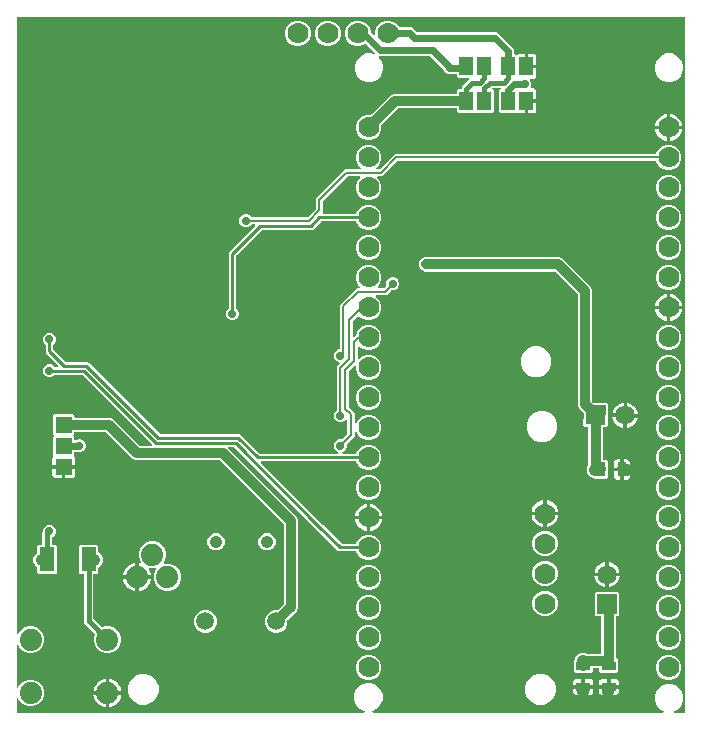
<source format=gbr>
G04 EAGLE Gerber RS-274X export*
G75*
%MOMM*%
%FSLAX34Y34*%
%LPD*%
%INBottom Copper*%
%IPPOS*%
%AMOC8*
5,1,8,0,0,1.08239X$1,22.5*%
G01*
%ADD10C,1.778000*%
%ADD11C,1.651000*%
%ADD12R,1.651000X1.651000*%
%ADD13R,0.800000X1.200000*%
%ADD14C,1.879600*%
%ADD15R,1.400000X1.400000*%
%ADD16R,1.270000X2.060000*%
%ADD17R,1.651000X1.651000*%
%ADD18R,1.200000X0.800000*%
%ADD19R,1.168400X1.600200*%
%ADD20C,0.706400*%
%ADD21C,1.056400*%
%ADD22C,0.406400*%
%ADD23C,0.812800*%
%ADD24C,0.200000*%
%ADD25C,0.609600*%
%ADD26C,1.500000*%
%ADD27C,0.254000*%

G36*
X296730Y2778D02*
X296730Y2778D01*
X296827Y2788D01*
X296851Y2798D01*
X296876Y2802D01*
X296962Y2848D01*
X297051Y2888D01*
X297071Y2905D01*
X297094Y2918D01*
X297161Y2988D01*
X297233Y3054D01*
X297245Y3077D01*
X297263Y3096D01*
X297304Y3184D01*
X297351Y3270D01*
X297356Y3295D01*
X297367Y3319D01*
X297378Y3416D01*
X297395Y3512D01*
X297391Y3538D01*
X297394Y3563D01*
X297373Y3659D01*
X297359Y3755D01*
X297347Y3778D01*
X297342Y3804D01*
X297292Y3887D01*
X297248Y3974D01*
X297229Y3993D01*
X297215Y4015D01*
X297142Y4078D01*
X297072Y4146D01*
X297043Y4162D01*
X297029Y4175D01*
X296998Y4187D01*
X296925Y4227D01*
X293769Y5535D01*
X290393Y8911D01*
X288566Y13321D01*
X288566Y18095D01*
X290393Y22506D01*
X293769Y25882D01*
X298179Y27709D01*
X302954Y27709D01*
X307364Y25882D01*
X310740Y22506D01*
X312567Y18095D01*
X312567Y13321D01*
X310740Y8911D01*
X307364Y5535D01*
X304208Y4227D01*
X304125Y4176D01*
X304039Y4130D01*
X304021Y4111D01*
X303999Y4098D01*
X303937Y4023D01*
X303870Y3952D01*
X303859Y3928D01*
X303842Y3908D01*
X303807Y3817D01*
X303766Y3729D01*
X303763Y3703D01*
X303754Y3679D01*
X303750Y3581D01*
X303739Y3485D01*
X303745Y3459D01*
X303744Y3433D01*
X303771Y3339D01*
X303791Y3244D01*
X303805Y3222D01*
X303812Y3197D01*
X303868Y3117D01*
X303918Y3033D01*
X303937Y3016D01*
X303952Y2995D01*
X304030Y2936D01*
X304104Y2873D01*
X304129Y2863D01*
X304150Y2848D01*
X304242Y2818D01*
X304333Y2781D01*
X304365Y2778D01*
X304384Y2772D01*
X304417Y2772D01*
X304499Y2763D01*
X549873Y2763D01*
X549969Y2778D01*
X550066Y2788D01*
X550090Y2798D01*
X550115Y2802D01*
X550201Y2848D01*
X550290Y2888D01*
X550310Y2905D01*
X550333Y2918D01*
X550400Y2988D01*
X550472Y3054D01*
X550484Y3077D01*
X550502Y3096D01*
X550543Y3184D01*
X550590Y3270D01*
X550595Y3295D01*
X550606Y3319D01*
X550617Y3416D01*
X550634Y3512D01*
X550630Y3538D01*
X550633Y3563D01*
X550612Y3659D01*
X550598Y3755D01*
X550586Y3778D01*
X550581Y3804D01*
X550531Y3887D01*
X550487Y3974D01*
X550468Y3993D01*
X550455Y4015D01*
X550381Y4078D01*
X550311Y4146D01*
X550282Y4162D01*
X550268Y4175D01*
X550237Y4187D01*
X550164Y4227D01*
X548005Y5121D01*
X544630Y8497D01*
X542803Y12908D01*
X542803Y17682D01*
X544630Y22093D01*
X548005Y25469D01*
X552416Y27296D01*
X557190Y27296D01*
X561601Y25469D01*
X564977Y22093D01*
X566804Y17682D01*
X566804Y12908D01*
X564977Y8497D01*
X561601Y5121D01*
X559442Y4227D01*
X559359Y4176D01*
X559274Y4130D01*
X559256Y4112D01*
X559233Y4098D01*
X559171Y4022D01*
X559104Y3952D01*
X559093Y3928D01*
X559077Y3908D01*
X559042Y3817D01*
X559001Y3729D01*
X558998Y3703D01*
X558988Y3679D01*
X558984Y3581D01*
X558974Y3485D01*
X558979Y3459D01*
X558978Y3433D01*
X559005Y3339D01*
X559026Y3244D01*
X559039Y3222D01*
X559047Y3197D01*
X559102Y3117D01*
X559152Y3033D01*
X559172Y3016D01*
X559187Y2995D01*
X559265Y2936D01*
X559339Y2873D01*
X559363Y2863D01*
X559384Y2848D01*
X559477Y2818D01*
X559567Y2781D01*
X559600Y2778D01*
X559618Y2772D01*
X559651Y2772D01*
X559734Y2763D01*
X567976Y2763D01*
X567996Y2766D01*
X568015Y2764D01*
X568117Y2786D01*
X568219Y2802D01*
X568236Y2812D01*
X568256Y2816D01*
X568345Y2869D01*
X568436Y2918D01*
X568450Y2932D01*
X568467Y2942D01*
X568534Y3021D01*
X568606Y3096D01*
X568614Y3114D01*
X568627Y3129D01*
X568666Y3225D01*
X568709Y3319D01*
X568711Y3339D01*
X568719Y3357D01*
X568737Y3524D01*
X568737Y590876D01*
X568734Y590896D01*
X568736Y590915D01*
X568714Y591017D01*
X568698Y591119D01*
X568688Y591136D01*
X568684Y591156D01*
X568631Y591245D01*
X568582Y591336D01*
X568568Y591350D01*
X568558Y591367D01*
X568479Y591434D01*
X568404Y591506D01*
X568386Y591514D01*
X568371Y591527D01*
X568275Y591566D01*
X568181Y591609D01*
X568161Y591611D01*
X568143Y591619D01*
X567976Y591637D01*
X3524Y591637D01*
X3504Y591634D01*
X3485Y591636D01*
X3383Y591614D01*
X3281Y591598D01*
X3264Y591588D01*
X3244Y591584D01*
X3155Y591531D01*
X3064Y591482D01*
X3050Y591468D01*
X3033Y591458D01*
X2966Y591379D01*
X2894Y591304D01*
X2886Y591286D01*
X2873Y591271D01*
X2834Y591175D01*
X2791Y591081D01*
X2789Y591061D01*
X2781Y591043D01*
X2763Y590876D01*
X2763Y69693D01*
X2778Y69597D01*
X2788Y69500D01*
X2798Y69476D01*
X2802Y69450D01*
X2848Y69364D01*
X2888Y69275D01*
X2905Y69256D01*
X2918Y69233D01*
X2988Y69166D01*
X3054Y69094D01*
X3077Y69082D01*
X3096Y69064D01*
X3184Y69023D01*
X3270Y68976D01*
X3295Y68971D01*
X3319Y68960D01*
X3416Y68949D01*
X3512Y68932D01*
X3538Y68936D01*
X3563Y68933D01*
X3659Y68954D01*
X3755Y68968D01*
X3778Y68980D01*
X3804Y68985D01*
X3887Y69035D01*
X3974Y69079D01*
X3993Y69098D01*
X4015Y69111D01*
X4078Y69185D01*
X4146Y69255D01*
X4162Y69283D01*
X4175Y69298D01*
X4187Y69329D01*
X4227Y69402D01*
X4895Y71013D01*
X8101Y74219D01*
X12291Y75955D01*
X16825Y75955D01*
X21015Y74219D01*
X24221Y71013D01*
X25957Y66823D01*
X25957Y62289D01*
X24221Y58099D01*
X21015Y54893D01*
X16825Y53157D01*
X12291Y53157D01*
X8101Y54893D01*
X4895Y58099D01*
X4227Y59710D01*
X4176Y59793D01*
X4130Y59879D01*
X4112Y59897D01*
X4098Y59919D01*
X4022Y59982D01*
X3952Y60048D01*
X3928Y60059D01*
X3908Y60076D01*
X3817Y60111D01*
X3729Y60152D01*
X3703Y60155D01*
X3679Y60164D01*
X3581Y60168D01*
X3485Y60179D01*
X3459Y60174D01*
X3433Y60175D01*
X3339Y60148D01*
X3244Y60127D01*
X3222Y60113D01*
X3197Y60106D01*
X3117Y60051D01*
X3033Y60001D01*
X3016Y59981D01*
X2995Y59966D01*
X2936Y59888D01*
X2873Y59814D01*
X2863Y59790D01*
X2848Y59769D01*
X2818Y59676D01*
X2781Y59586D01*
X2778Y59553D01*
X2772Y59535D01*
X2772Y59502D01*
X2763Y59419D01*
X2763Y24481D01*
X2778Y24385D01*
X2788Y24288D01*
X2798Y24264D01*
X2802Y24238D01*
X2848Y24152D01*
X2888Y24063D01*
X2905Y24044D01*
X2918Y24021D01*
X2988Y23954D01*
X3054Y23882D01*
X3077Y23870D01*
X3096Y23852D01*
X3184Y23811D01*
X3270Y23764D01*
X3295Y23759D01*
X3319Y23748D01*
X3416Y23737D01*
X3512Y23720D01*
X3538Y23724D01*
X3563Y23721D01*
X3659Y23742D01*
X3755Y23756D01*
X3778Y23768D01*
X3804Y23773D01*
X3887Y23823D01*
X3974Y23867D01*
X3993Y23886D01*
X4015Y23899D01*
X4078Y23973D01*
X4146Y24043D01*
X4162Y24071D01*
X4175Y24086D01*
X4187Y24117D01*
X4227Y24190D01*
X4895Y25801D01*
X8101Y29007D01*
X12291Y30743D01*
X16825Y30743D01*
X21015Y29007D01*
X24221Y25801D01*
X25957Y21611D01*
X25957Y17077D01*
X24221Y12887D01*
X21015Y9681D01*
X16825Y7945D01*
X12291Y7945D01*
X8101Y9681D01*
X4895Y12887D01*
X4227Y14498D01*
X4176Y14581D01*
X4130Y14667D01*
X4112Y14685D01*
X4098Y14707D01*
X4022Y14770D01*
X3952Y14836D01*
X3928Y14847D01*
X3908Y14864D01*
X3817Y14899D01*
X3729Y14940D01*
X3703Y14943D01*
X3679Y14952D01*
X3581Y14956D01*
X3485Y14967D01*
X3459Y14962D01*
X3433Y14963D01*
X3339Y14936D01*
X3244Y14915D01*
X3222Y14901D01*
X3197Y14894D01*
X3117Y14839D01*
X3033Y14789D01*
X3016Y14769D01*
X2995Y14754D01*
X2936Y14676D01*
X2873Y14602D01*
X2863Y14578D01*
X2848Y14557D01*
X2818Y14464D01*
X2781Y14374D01*
X2778Y14341D01*
X2772Y14323D01*
X2772Y14290D01*
X2763Y14207D01*
X2763Y3524D01*
X2766Y3504D01*
X2764Y3485D01*
X2786Y3383D01*
X2802Y3281D01*
X2812Y3264D01*
X2816Y3244D01*
X2869Y3155D01*
X2918Y3064D01*
X2932Y3050D01*
X2942Y3033D01*
X3021Y2966D01*
X3096Y2894D01*
X3114Y2886D01*
X3129Y2873D01*
X3225Y2834D01*
X3319Y2791D01*
X3339Y2789D01*
X3357Y2781D01*
X3524Y2763D01*
X296634Y2763D01*
X296730Y2778D01*
G37*
%LPC*%
G36*
X220610Y70499D02*
X220610Y70499D01*
X217118Y71946D01*
X214446Y74618D01*
X212999Y78110D01*
X212999Y81890D01*
X214446Y85382D01*
X217118Y88054D01*
X220610Y89501D01*
X223109Y89501D01*
X223199Y89515D01*
X223290Y89523D01*
X223319Y89535D01*
X223351Y89540D01*
X223432Y89583D01*
X223516Y89619D01*
X223548Y89645D01*
X223569Y89656D01*
X223591Y89679D01*
X223647Y89724D01*
X228712Y94789D01*
X228765Y94863D01*
X228825Y94933D01*
X228837Y94963D01*
X228856Y94989D01*
X228883Y95076D01*
X228917Y95161D01*
X228921Y95202D01*
X228928Y95224D01*
X228927Y95256D01*
X228935Y95327D01*
X228935Y162173D01*
X228921Y162263D01*
X228913Y162354D01*
X228901Y162383D01*
X228896Y162415D01*
X228853Y162496D01*
X228817Y162580D01*
X228791Y162612D01*
X228780Y162633D01*
X228757Y162655D01*
X228712Y162711D01*
X175211Y216212D01*
X175137Y216265D01*
X175067Y216325D01*
X175037Y216337D01*
X175011Y216356D01*
X174924Y216383D01*
X174839Y216417D01*
X174798Y216421D01*
X174776Y216428D01*
X174744Y216427D01*
X174673Y216435D01*
X103794Y216435D01*
X101565Y217359D01*
X78751Y240172D01*
X78677Y240225D01*
X78607Y240285D01*
X78577Y240297D01*
X78551Y240316D01*
X78464Y240343D01*
X78379Y240377D01*
X78338Y240381D01*
X78316Y240388D01*
X78284Y240387D01*
X78213Y240395D01*
X57431Y240395D01*
X57366Y240385D01*
X57301Y240384D01*
X57221Y240361D01*
X57188Y240356D01*
X57171Y240346D01*
X57140Y240337D01*
X57086Y240315D01*
X54674Y240315D01*
X54620Y240337D01*
X54557Y240352D01*
X54496Y240377D01*
X54413Y240386D01*
X54381Y240393D01*
X54362Y240392D01*
X54329Y240395D01*
X52192Y240395D01*
X52172Y240392D01*
X52153Y240394D01*
X52051Y240372D01*
X51949Y240356D01*
X51932Y240346D01*
X51912Y240342D01*
X51823Y240289D01*
X51732Y240240D01*
X51718Y240226D01*
X51701Y240216D01*
X51634Y240137D01*
X51562Y240062D01*
X51554Y240044D01*
X51541Y240029D01*
X51502Y239933D01*
X51459Y239839D01*
X51457Y239819D01*
X51449Y239801D01*
X51431Y239634D01*
X51431Y238631D01*
X50908Y238108D01*
X50896Y238092D01*
X50881Y238080D01*
X50824Y237992D01*
X50764Y237909D01*
X50758Y237890D01*
X50748Y237873D01*
X50722Y237772D01*
X50692Y237673D01*
X50692Y237654D01*
X50687Y237634D01*
X50696Y237531D01*
X50698Y237428D01*
X50705Y237409D01*
X50707Y237389D01*
X50747Y237294D01*
X50783Y237197D01*
X50795Y237181D01*
X50803Y237163D01*
X50908Y237032D01*
X51431Y236509D01*
X51431Y234490D01*
X51434Y234470D01*
X51432Y234451D01*
X51454Y234349D01*
X51470Y234247D01*
X51480Y234230D01*
X51484Y234210D01*
X51537Y234121D01*
X51586Y234030D01*
X51600Y234016D01*
X51610Y233999D01*
X51689Y233932D01*
X51764Y233860D01*
X51782Y233852D01*
X51797Y233839D01*
X51893Y233800D01*
X51987Y233757D01*
X52007Y233755D01*
X52025Y233747D01*
X52192Y233729D01*
X53653Y233729D01*
X53717Y233739D01*
X53783Y233740D01*
X53863Y233763D01*
X53895Y233768D01*
X53913Y233778D01*
X53944Y233787D01*
X54779Y234133D01*
X56981Y234133D01*
X57816Y233787D01*
X57880Y233772D01*
X57900Y233764D01*
X57912Y233757D01*
X57938Y233738D01*
X57957Y233732D01*
X57985Y233716D01*
X59014Y233290D01*
X60570Y231734D01*
X61413Y229701D01*
X61413Y227499D01*
X60570Y225466D01*
X59014Y223910D01*
X56981Y223067D01*
X54779Y223067D01*
X53558Y223573D01*
X53494Y223588D01*
X53433Y223613D01*
X53350Y223622D01*
X53318Y223629D01*
X53299Y223628D01*
X53266Y223631D01*
X52192Y223631D01*
X52172Y223628D01*
X52153Y223630D01*
X52051Y223608D01*
X51949Y223592D01*
X51932Y223582D01*
X51912Y223578D01*
X51823Y223525D01*
X51732Y223476D01*
X51718Y223462D01*
X51701Y223452D01*
X51634Y223373D01*
X51562Y223298D01*
X51554Y223280D01*
X51541Y223265D01*
X51502Y223169D01*
X51459Y223075D01*
X51457Y223055D01*
X51449Y223037D01*
X51431Y222870D01*
X51431Y220851D01*
X51290Y220710D01*
X51278Y220694D01*
X51262Y220682D01*
X51206Y220594D01*
X51146Y220510D01*
X51140Y220491D01*
X51129Y220475D01*
X51104Y220374D01*
X51074Y220275D01*
X51074Y220255D01*
X51069Y220236D01*
X51077Y220133D01*
X51080Y220029D01*
X51087Y220011D01*
X51088Y219991D01*
X51129Y219896D01*
X51164Y219798D01*
X51177Y219783D01*
X51185Y219765D01*
X51290Y219634D01*
X51503Y219420D01*
X51838Y218841D01*
X52011Y218194D01*
X52011Y212383D01*
X43232Y212383D01*
X43212Y212380D01*
X43193Y212382D01*
X43091Y212360D01*
X42989Y212343D01*
X42972Y212334D01*
X42952Y212330D01*
X42863Y212277D01*
X42772Y212228D01*
X42758Y212214D01*
X42741Y212204D01*
X42674Y212125D01*
X42603Y212050D01*
X42594Y212032D01*
X42581Y212017D01*
X42542Y211921D01*
X42499Y211827D01*
X42497Y211807D01*
X42489Y211789D01*
X42471Y211622D01*
X42471Y210859D01*
X42469Y210859D01*
X42469Y211622D01*
X42466Y211642D01*
X42468Y211661D01*
X42446Y211763D01*
X42429Y211865D01*
X42420Y211882D01*
X42416Y211902D01*
X42363Y211991D01*
X42314Y212082D01*
X42300Y212096D01*
X42290Y212113D01*
X42211Y212180D01*
X42136Y212251D01*
X42118Y212260D01*
X42103Y212273D01*
X42007Y212312D01*
X41913Y212355D01*
X41893Y212357D01*
X41875Y212365D01*
X41708Y212383D01*
X32929Y212383D01*
X32929Y218194D01*
X33102Y218841D01*
X33437Y219420D01*
X33610Y219594D01*
X33622Y219610D01*
X33638Y219622D01*
X33694Y219710D01*
X33754Y219793D01*
X33760Y219812D01*
X33771Y219829D01*
X33796Y219929D01*
X33826Y220028D01*
X33826Y220048D01*
X33831Y220068D01*
X33823Y220171D01*
X33820Y220274D01*
X33813Y220293D01*
X33812Y220313D01*
X33771Y220408D01*
X33736Y220505D01*
X33723Y220521D01*
X33715Y220539D01*
X33610Y220670D01*
X33429Y220851D01*
X33429Y236509D01*
X33952Y237032D01*
X33964Y237048D01*
X33979Y237060D01*
X34036Y237148D01*
X34096Y237231D01*
X34102Y237250D01*
X34112Y237267D01*
X34138Y237368D01*
X34168Y237467D01*
X34168Y237486D01*
X34173Y237506D01*
X34164Y237609D01*
X34162Y237712D01*
X34155Y237731D01*
X34153Y237751D01*
X34113Y237846D01*
X34077Y237943D01*
X34065Y237959D01*
X34057Y237977D01*
X33952Y238108D01*
X33429Y238631D01*
X33429Y254289D01*
X34601Y255461D01*
X50259Y255461D01*
X51431Y254289D01*
X51431Y253286D01*
X51434Y253266D01*
X51432Y253247D01*
X51454Y253145D01*
X51470Y253043D01*
X51480Y253026D01*
X51484Y253006D01*
X51537Y252917D01*
X51586Y252826D01*
X51600Y252812D01*
X51610Y252795D01*
X51689Y252728D01*
X51764Y252656D01*
X51782Y252648D01*
X51797Y252635D01*
X51893Y252596D01*
X51987Y252553D01*
X52007Y252551D01*
X52025Y252543D01*
X52192Y252525D01*
X82246Y252525D01*
X84475Y251601D01*
X107289Y228788D01*
X107363Y228735D01*
X107433Y228675D01*
X107463Y228663D01*
X107489Y228644D01*
X107576Y228617D01*
X107661Y228583D01*
X107702Y228579D01*
X107724Y228572D01*
X107756Y228573D01*
X107827Y228565D01*
X116762Y228565D01*
X116833Y228576D01*
X116904Y228578D01*
X116953Y228596D01*
X117005Y228604D01*
X117068Y228638D01*
X117135Y228663D01*
X117176Y228695D01*
X117222Y228720D01*
X117271Y228772D01*
X117328Y228816D01*
X117356Y228860D01*
X117391Y228898D01*
X117422Y228963D01*
X117460Y229023D01*
X117473Y229074D01*
X117495Y229121D01*
X117503Y229192D01*
X117521Y229262D01*
X117516Y229314D01*
X117522Y229365D01*
X117507Y229436D01*
X117501Y229507D01*
X117481Y229555D01*
X117470Y229606D01*
X117433Y229667D01*
X117405Y229733D01*
X117360Y229789D01*
X117344Y229817D01*
X117326Y229832D01*
X117300Y229864D01*
X117156Y230008D01*
X58558Y288606D01*
X58484Y288659D01*
X58415Y288719D01*
X58385Y288731D01*
X58358Y288750D01*
X58272Y288777D01*
X58187Y288811D01*
X58146Y288815D01*
X58123Y288822D01*
X58091Y288821D01*
X58020Y288829D01*
X35349Y288829D01*
X35259Y288815D01*
X35168Y288807D01*
X35138Y288795D01*
X35106Y288790D01*
X35026Y288747D01*
X34942Y288711D01*
X34910Y288685D01*
X34889Y288674D01*
X34867Y288651D01*
X34811Y288606D01*
X33614Y287410D01*
X31581Y286567D01*
X29379Y286567D01*
X27346Y287410D01*
X25790Y288966D01*
X24947Y290999D01*
X24947Y293201D01*
X25790Y295234D01*
X27346Y296790D01*
X29379Y297633D01*
X31581Y297633D01*
X33614Y296790D01*
X34811Y295594D01*
X34885Y295541D01*
X34954Y295481D01*
X34984Y295469D01*
X35011Y295450D01*
X35097Y295423D01*
X35182Y295389D01*
X35223Y295385D01*
X35246Y295378D01*
X35278Y295379D01*
X35349Y295371D01*
X37256Y295371D01*
X37327Y295382D01*
X37398Y295384D01*
X37447Y295402D01*
X37499Y295410D01*
X37562Y295444D01*
X37629Y295469D01*
X37670Y295501D01*
X37716Y295526D01*
X37765Y295578D01*
X37821Y295622D01*
X37850Y295666D01*
X37885Y295704D01*
X37916Y295769D01*
X37954Y295829D01*
X37967Y295880D01*
X37989Y295927D01*
X37997Y295998D01*
X38014Y296068D01*
X38010Y296120D01*
X38016Y296171D01*
X38001Y296242D01*
X37995Y296313D01*
X37975Y296361D01*
X37964Y296412D01*
X37927Y296473D01*
X37899Y296539D01*
X37854Y296595D01*
X37838Y296623D01*
X37820Y296638D01*
X37794Y296670D01*
X29348Y305116D01*
X27209Y307255D01*
X27209Y313901D01*
X27195Y313991D01*
X27187Y314082D01*
X27175Y314112D01*
X27170Y314144D01*
X27127Y314224D01*
X27091Y314308D01*
X27065Y314340D01*
X27054Y314361D01*
X27031Y314383D01*
X26986Y314439D01*
X25790Y315636D01*
X24947Y317669D01*
X24947Y319871D01*
X25790Y321904D01*
X27346Y323460D01*
X29379Y324303D01*
X31581Y324303D01*
X33614Y323460D01*
X35170Y321904D01*
X36013Y319871D01*
X36013Y317669D01*
X35170Y315636D01*
X33974Y314439D01*
X33921Y314365D01*
X33861Y314296D01*
X33849Y314266D01*
X33830Y314239D01*
X33803Y314153D01*
X33769Y314068D01*
X33765Y314027D01*
X33758Y314004D01*
X33759Y313972D01*
X33751Y313901D01*
X33751Y310280D01*
X33752Y310272D01*
X33752Y310268D01*
X33756Y310251D01*
X33765Y310190D01*
X33773Y310099D01*
X33785Y310069D01*
X33790Y310037D01*
X33833Y309957D01*
X33869Y309873D01*
X33895Y309841D01*
X33906Y309820D01*
X33929Y309798D01*
X33974Y309742D01*
X43582Y300134D01*
X43656Y300081D01*
X43725Y300021D01*
X43755Y300009D01*
X43782Y299990D01*
X43869Y299963D01*
X43953Y299929D01*
X43994Y299925D01*
X44017Y299918D01*
X44049Y299919D01*
X44120Y299911D01*
X62925Y299911D01*
X123662Y239174D01*
X123736Y239121D01*
X123806Y239061D01*
X123836Y239049D01*
X123862Y239030D01*
X123949Y239003D01*
X124034Y238969D01*
X124075Y238965D01*
X124097Y238958D01*
X124129Y238959D01*
X124201Y238951D01*
X191240Y238951D01*
X207937Y222254D01*
X208011Y222201D01*
X208081Y222141D01*
X208111Y222129D01*
X208137Y222110D01*
X208224Y222083D01*
X208309Y222049D01*
X208350Y222045D01*
X208372Y222038D01*
X208404Y222039D01*
X208476Y222031D01*
X274435Y222031D01*
X274531Y222046D01*
X274628Y222056D01*
X274652Y222066D01*
X274678Y222070D01*
X274763Y222116D01*
X274853Y222156D01*
X274872Y222173D01*
X274895Y222186D01*
X274962Y222256D01*
X275034Y222322D01*
X275046Y222345D01*
X275064Y222364D01*
X275105Y222452D01*
X275152Y222538D01*
X275157Y222563D01*
X275168Y222587D01*
X275179Y222684D01*
X275196Y222780D01*
X275192Y222806D01*
X275195Y222831D01*
X275174Y222927D01*
X275160Y223023D01*
X275148Y223046D01*
X275143Y223072D01*
X275093Y223155D01*
X275049Y223242D01*
X275030Y223261D01*
X275017Y223283D01*
X274943Y223346D01*
X274873Y223414D01*
X274845Y223430D01*
X274830Y223443D01*
X274799Y223455D01*
X274726Y223495D01*
X273726Y223910D01*
X272170Y225466D01*
X271327Y227499D01*
X271327Y229701D01*
X272170Y231734D01*
X273726Y233290D01*
X275759Y234133D01*
X277834Y234133D01*
X277924Y234147D01*
X278015Y234155D01*
X278045Y234167D01*
X278076Y234172D01*
X278157Y234215D01*
X278241Y234251D01*
X278273Y234277D01*
X278294Y234288D01*
X278316Y234311D01*
X278372Y234356D01*
X282526Y238510D01*
X282579Y238584D01*
X282639Y238653D01*
X282651Y238684D01*
X282670Y238710D01*
X282697Y238797D01*
X282731Y238882D01*
X282735Y238922D01*
X282742Y238945D01*
X282741Y238977D01*
X282749Y239048D01*
X282749Y250227D01*
X282738Y250298D01*
X282736Y250369D01*
X282718Y250418D01*
X282710Y250470D01*
X282676Y250533D01*
X282651Y250600D01*
X282619Y250641D01*
X282594Y250687D01*
X282542Y250736D01*
X282498Y250792D01*
X282454Y250821D01*
X282416Y250856D01*
X282351Y250887D01*
X282291Y250925D01*
X282240Y250938D01*
X282193Y250960D01*
X282122Y250968D01*
X282052Y250986D01*
X282000Y250981D01*
X281949Y250987D01*
X281878Y250972D01*
X281807Y250966D01*
X281759Y250946D01*
X281708Y250935D01*
X281647Y250898D01*
X281581Y250870D01*
X281525Y250825D01*
X281497Y250809D01*
X281482Y250791D01*
X281450Y250765D01*
X279994Y249310D01*
X277961Y248467D01*
X275759Y248467D01*
X273726Y249310D01*
X272170Y250866D01*
X271327Y252899D01*
X271327Y255101D01*
X272170Y257134D01*
X273636Y258601D01*
X273689Y258675D01*
X273749Y258744D01*
X273761Y258774D01*
X273780Y258801D01*
X273807Y258887D01*
X273841Y258972D01*
X273845Y259013D01*
X273852Y259036D01*
X273851Y259068D01*
X273859Y259139D01*
X273859Y295883D01*
X276003Y298027D01*
X276030Y298064D01*
X276064Y298095D01*
X276101Y298164D01*
X276147Y298227D01*
X276160Y298271D01*
X276183Y298311D01*
X276196Y298387D01*
X276219Y298462D01*
X276218Y298508D01*
X276226Y298553D01*
X276215Y298630D01*
X276213Y298708D01*
X276197Y298751D01*
X276190Y298796D01*
X276155Y298866D01*
X276128Y298939D01*
X276100Y298975D01*
X276079Y299015D01*
X276023Y299070D01*
X275975Y299131D01*
X275936Y299156D01*
X275903Y299188D01*
X275783Y299254D01*
X275768Y299264D01*
X275763Y299265D01*
X275756Y299269D01*
X273726Y300110D01*
X272170Y301666D01*
X271327Y303699D01*
X271327Y305901D01*
X272170Y307934D01*
X273726Y309490D01*
X275839Y310366D01*
X275881Y310372D01*
X275898Y310382D01*
X275918Y310386D01*
X276007Y310439D01*
X276098Y310488D01*
X276112Y310502D01*
X276129Y310512D01*
X276196Y310591D01*
X276268Y310666D01*
X276276Y310684D01*
X276289Y310699D01*
X276328Y310795D01*
X276371Y310889D01*
X276373Y310909D01*
X276381Y310927D01*
X276399Y311094D01*
X276399Y347953D01*
X290717Y362271D01*
X292320Y362271D01*
X292390Y362282D01*
X292462Y362284D01*
X292511Y362302D01*
X292562Y362310D01*
X292626Y362344D01*
X292693Y362369D01*
X292734Y362401D01*
X292780Y362426D01*
X292829Y362478D01*
X292885Y362522D01*
X292913Y362566D01*
X292949Y362604D01*
X292979Y362669D01*
X293018Y362729D01*
X293031Y362780D01*
X293053Y362827D01*
X293061Y362898D01*
X293078Y362968D01*
X293074Y363020D01*
X293080Y363071D01*
X293065Y363142D01*
X293059Y363213D01*
X293039Y363261D01*
X293028Y363312D01*
X292991Y363373D01*
X292963Y363439D01*
X292918Y363495D01*
X292901Y363523D01*
X292884Y363538D01*
X292858Y363570D01*
X291437Y364991D01*
X289779Y368994D01*
X289779Y373326D01*
X291437Y377329D01*
X294501Y380393D01*
X298504Y382051D01*
X302836Y382051D01*
X306839Y380393D01*
X309903Y377329D01*
X311561Y373326D01*
X311561Y368994D01*
X309903Y364991D01*
X308482Y363570D01*
X308440Y363512D01*
X308391Y363460D01*
X308369Y363413D01*
X308339Y363371D01*
X308317Y363302D01*
X308287Y363237D01*
X308282Y363185D01*
X308266Y363135D01*
X308268Y363064D01*
X308260Y362993D01*
X308271Y362942D01*
X308273Y362890D01*
X308297Y362822D01*
X308312Y362752D01*
X308339Y362707D01*
X308357Y362659D01*
X308402Y362603D01*
X308439Y362541D01*
X308478Y362507D01*
X308511Y362467D01*
X308571Y362428D01*
X308625Y362381D01*
X308674Y362362D01*
X308718Y362334D01*
X308787Y362316D01*
X308854Y362289D01*
X308925Y362281D01*
X308956Y362273D01*
X308979Y362275D01*
X309020Y362271D01*
X313262Y362271D01*
X313352Y362285D01*
X313443Y362293D01*
X313473Y362305D01*
X313504Y362310D01*
X313585Y362353D01*
X313669Y362389D01*
X313701Y362415D01*
X313722Y362426D01*
X313744Y362449D01*
X313800Y362494D01*
X315554Y364248D01*
X315607Y364322D01*
X315667Y364391D01*
X315679Y364422D01*
X315698Y364448D01*
X315725Y364535D01*
X315759Y364620D01*
X315763Y364660D01*
X315770Y364683D01*
X315769Y364715D01*
X315777Y364786D01*
X315777Y366861D01*
X316620Y368894D01*
X318176Y370450D01*
X320209Y371293D01*
X322411Y371293D01*
X324444Y370450D01*
X326000Y368894D01*
X326843Y366861D01*
X326843Y364659D01*
X326000Y362626D01*
X324444Y361070D01*
X322411Y360227D01*
X320336Y360227D01*
X320246Y360213D01*
X320155Y360205D01*
X320125Y360193D01*
X320094Y360188D01*
X320013Y360145D01*
X319929Y360109D01*
X319897Y360083D01*
X319876Y360072D01*
X319854Y360049D01*
X319798Y360004D01*
X316063Y356269D01*
X307400Y356269D01*
X307330Y356258D01*
X307258Y356256D01*
X307209Y356238D01*
X307158Y356230D01*
X307094Y356196D01*
X307027Y356171D01*
X306986Y356139D01*
X306940Y356114D01*
X306891Y356062D01*
X306835Y356018D01*
X306807Y355974D01*
X306771Y355936D01*
X306741Y355871D01*
X306702Y355811D01*
X306689Y355760D01*
X306667Y355713D01*
X306659Y355642D01*
X306642Y355572D01*
X306646Y355520D01*
X306640Y355469D01*
X306655Y355398D01*
X306661Y355327D01*
X306681Y355279D01*
X306692Y355228D01*
X306729Y355167D01*
X306757Y355101D01*
X306802Y355045D01*
X306819Y355017D01*
X306836Y355002D01*
X306862Y354970D01*
X309903Y351929D01*
X311561Y347926D01*
X311561Y343594D01*
X309903Y339591D01*
X306839Y336527D01*
X302836Y334869D01*
X298504Y334869D01*
X294501Y336527D01*
X292774Y338254D01*
X292758Y338266D01*
X292746Y338281D01*
X292683Y338321D01*
X292634Y338364D01*
X292606Y338375D01*
X292574Y338398D01*
X292555Y338403D01*
X292539Y338414D01*
X292457Y338435D01*
X292406Y338455D01*
X292375Y338459D01*
X292339Y338470D01*
X292319Y338469D01*
X292300Y338474D01*
X292263Y338471D01*
X292239Y338474D01*
X292233Y338474D01*
X292183Y338466D01*
X292094Y338464D01*
X292075Y338457D01*
X292055Y338455D01*
X292016Y338438D01*
X291990Y338434D01*
X291939Y338407D01*
X291862Y338379D01*
X291847Y338367D01*
X291829Y338359D01*
X291791Y338329D01*
X291773Y338319D01*
X291753Y338298D01*
X291698Y338254D01*
X287704Y334260D01*
X287651Y334186D01*
X287591Y334117D01*
X287579Y334087D01*
X287560Y334060D01*
X287533Y333973D01*
X287499Y333888D01*
X287495Y333848D01*
X287488Y333825D01*
X287489Y333793D01*
X287481Y333722D01*
X287481Y321312D01*
X287492Y321241D01*
X287494Y321170D01*
X287512Y321121D01*
X287520Y321069D01*
X287554Y321006D01*
X287579Y320939D01*
X287611Y320898D01*
X287636Y320852D01*
X287688Y320803D01*
X287732Y320747D01*
X287776Y320719D01*
X287814Y320683D01*
X287879Y320652D01*
X287939Y320614D01*
X287990Y320601D01*
X288037Y320579D01*
X288108Y320571D01*
X288178Y320554D01*
X288230Y320558D01*
X288281Y320552D01*
X288352Y320567D01*
X288423Y320573D01*
X288471Y320593D01*
X288522Y320604D01*
X288583Y320641D01*
X288649Y320669D01*
X288705Y320714D01*
X288733Y320730D01*
X288748Y320748D01*
X288780Y320774D01*
X289556Y321550D01*
X289609Y321624D01*
X289669Y321693D01*
X289681Y321723D01*
X289700Y321750D01*
X289727Y321837D01*
X289761Y321922D01*
X289765Y321963D01*
X289772Y321985D01*
X289771Y322017D01*
X289779Y322088D01*
X289779Y322526D01*
X291437Y326529D01*
X294501Y329593D01*
X298504Y331251D01*
X302836Y331251D01*
X306839Y329593D01*
X309903Y326529D01*
X311561Y322526D01*
X311561Y318194D01*
X309903Y314191D01*
X306839Y311127D01*
X302836Y309469D01*
X298504Y309469D01*
X294501Y311127D01*
X292780Y312848D01*
X292722Y312890D01*
X292670Y312939D01*
X292623Y312961D01*
X292581Y312991D01*
X292512Y313013D01*
X292447Y313043D01*
X292395Y313048D01*
X292345Y313064D01*
X292274Y313062D01*
X292203Y313070D01*
X292152Y313059D01*
X292100Y313057D01*
X292032Y313033D01*
X291962Y313018D01*
X291917Y312991D01*
X291869Y312973D01*
X291813Y312928D01*
X291751Y312891D01*
X291717Y312852D01*
X291677Y312819D01*
X291638Y312759D01*
X291591Y312705D01*
X291572Y312656D01*
X291544Y312612D01*
X291526Y312543D01*
X291499Y312476D01*
X291491Y312405D01*
X291483Y312374D01*
X291485Y312351D01*
X291481Y312310D01*
X291481Y303010D01*
X291492Y302940D01*
X291494Y302868D01*
X291512Y302819D01*
X291520Y302768D01*
X291554Y302704D01*
X291579Y302637D01*
X291611Y302596D01*
X291636Y302550D01*
X291688Y302501D01*
X291732Y302445D01*
X291776Y302417D01*
X291814Y302381D01*
X291879Y302351D01*
X291939Y302312D01*
X291990Y302299D01*
X292037Y302277D01*
X292108Y302269D01*
X292178Y302252D01*
X292230Y302256D01*
X292281Y302250D01*
X292352Y302265D01*
X292423Y302271D01*
X292471Y302291D01*
X292522Y302302D01*
X292583Y302339D01*
X292649Y302367D01*
X292705Y302412D01*
X292733Y302429D01*
X292748Y302446D01*
X292780Y302472D01*
X294501Y304193D01*
X298504Y305851D01*
X302836Y305851D01*
X306839Y304193D01*
X309903Y301129D01*
X311561Y297126D01*
X311561Y292794D01*
X309903Y288791D01*
X306839Y285727D01*
X302836Y284069D01*
X298504Y284069D01*
X294501Y285727D01*
X291437Y288791D01*
X289779Y292794D01*
X289779Y295821D01*
X289768Y295892D01*
X289766Y295963D01*
X289748Y296012D01*
X289740Y296064D01*
X289706Y296127D01*
X289681Y296194D01*
X289649Y296235D01*
X289624Y296281D01*
X289572Y296330D01*
X289528Y296386D01*
X289484Y296415D01*
X289446Y296450D01*
X289381Y296481D01*
X289321Y296519D01*
X289270Y296532D01*
X289223Y296554D01*
X289152Y296562D01*
X289082Y296579D01*
X289030Y296575D01*
X288979Y296581D01*
X288908Y296566D01*
X288837Y296560D01*
X288789Y296540D01*
X288738Y296529D01*
X288677Y296492D01*
X288611Y296464D01*
X288555Y296419D01*
X288527Y296403D01*
X288512Y296385D01*
X288480Y296359D01*
X284084Y291963D01*
X284031Y291889D01*
X283971Y291820D01*
X283959Y291790D01*
X283940Y291763D01*
X283913Y291676D01*
X283879Y291592D01*
X283875Y291551D01*
X283868Y291528D01*
X283869Y291496D01*
X283861Y291425D01*
X283861Y261718D01*
X283875Y261628D01*
X283883Y261537D01*
X283895Y261507D01*
X283900Y261476D01*
X283943Y261395D01*
X283979Y261311D01*
X284005Y261279D01*
X284016Y261258D01*
X284039Y261236D01*
X284084Y261180D01*
X288751Y256513D01*
X288751Y247670D01*
X288766Y247574D01*
X288776Y247477D01*
X288786Y247453D01*
X288790Y247427D01*
X288836Y247342D01*
X288876Y247252D01*
X288893Y247233D01*
X288906Y247210D01*
X288976Y247143D01*
X289042Y247071D01*
X289065Y247059D01*
X289084Y247041D01*
X289172Y247000D01*
X289258Y246953D01*
X289283Y246948D01*
X289307Y246937D01*
X289404Y246926D01*
X289500Y246909D01*
X289526Y246913D01*
X289551Y246910D01*
X289647Y246931D01*
X289743Y246945D01*
X289766Y246957D01*
X289792Y246962D01*
X289875Y247012D01*
X289962Y247056D01*
X289981Y247075D01*
X290003Y247088D01*
X290066Y247162D01*
X290134Y247232D01*
X290150Y247261D01*
X290163Y247275D01*
X290175Y247306D01*
X290215Y247379D01*
X291437Y250329D01*
X294501Y253393D01*
X298504Y255051D01*
X302836Y255051D01*
X306839Y253393D01*
X309903Y250329D01*
X311561Y246326D01*
X311561Y241994D01*
X309903Y237991D01*
X306839Y234927D01*
X302836Y233269D01*
X298504Y233269D01*
X294501Y234927D01*
X291437Y237991D01*
X290215Y240941D01*
X290164Y241024D01*
X290118Y241110D01*
X290099Y241128D01*
X290086Y241150D01*
X290011Y241212D01*
X289940Y241279D01*
X289916Y241290D01*
X289896Y241307D01*
X289805Y241342D01*
X289717Y241383D01*
X289691Y241386D01*
X289667Y241395D01*
X289569Y241399D01*
X289473Y241410D01*
X289447Y241404D01*
X289421Y241406D01*
X289327Y241378D01*
X289232Y241358D01*
X289210Y241344D01*
X289185Y241337D01*
X289105Y241282D01*
X289021Y241232D01*
X289004Y241212D01*
X288983Y241197D01*
X288924Y241119D01*
X288861Y241045D01*
X288851Y241020D01*
X288836Y240999D01*
X288806Y240907D01*
X288769Y240816D01*
X288766Y240784D01*
X288760Y240766D01*
X288760Y240732D01*
X288751Y240650D01*
X288751Y236247D01*
X282616Y230112D01*
X282567Y230045D01*
X282566Y230043D01*
X282565Y230042D01*
X282563Y230038D01*
X282503Y229969D01*
X282491Y229938D01*
X282472Y229912D01*
X282445Y229825D01*
X282411Y229740D01*
X282407Y229700D01*
X282400Y229677D01*
X282401Y229645D01*
X282393Y229574D01*
X282393Y227499D01*
X281550Y225466D01*
X279994Y223910D01*
X278994Y223495D01*
X278911Y223444D01*
X278825Y223398D01*
X278807Y223380D01*
X278785Y223366D01*
X278723Y223290D01*
X278656Y223220D01*
X278645Y223196D01*
X278628Y223176D01*
X278593Y223085D01*
X278552Y222997D01*
X278549Y222971D01*
X278540Y222947D01*
X278536Y222849D01*
X278525Y222753D01*
X278530Y222727D01*
X278529Y222701D01*
X278557Y222607D01*
X278577Y222512D01*
X278591Y222490D01*
X278598Y222465D01*
X278653Y222385D01*
X278703Y222301D01*
X278723Y222284D01*
X278738Y222263D01*
X278816Y222204D01*
X278890Y222141D01*
X278915Y222131D01*
X278936Y222116D01*
X279028Y222086D01*
X279118Y222049D01*
X279151Y222046D01*
X279169Y222040D01*
X279202Y222040D01*
X279285Y222031D01*
X289728Y222031D01*
X289843Y222050D01*
X289959Y222067D01*
X289965Y222069D01*
X289971Y222070D01*
X290073Y222125D01*
X290178Y222178D01*
X290183Y222183D01*
X290188Y222186D01*
X290268Y222270D01*
X290351Y222354D01*
X290354Y222360D01*
X290358Y222364D01*
X290365Y222381D01*
X290431Y222501D01*
X291437Y224929D01*
X294501Y227993D01*
X298504Y229651D01*
X302836Y229651D01*
X306839Y227993D01*
X309903Y224929D01*
X311561Y220926D01*
X311561Y216594D01*
X309903Y212591D01*
X306839Y209527D01*
X302836Y207869D01*
X298504Y207869D01*
X294501Y209527D01*
X291437Y212591D01*
X290431Y215019D01*
X290370Y215119D01*
X290310Y215219D01*
X290305Y215223D01*
X290302Y215228D01*
X290212Y215303D01*
X290123Y215379D01*
X290117Y215381D01*
X290112Y215385D01*
X290004Y215427D01*
X289895Y215471D01*
X289887Y215472D01*
X289883Y215473D01*
X289864Y215474D01*
X289728Y215489D01*
X210119Y215489D01*
X210048Y215478D01*
X209977Y215476D01*
X209928Y215458D01*
X209876Y215450D01*
X209813Y215416D01*
X209746Y215391D01*
X209705Y215359D01*
X209659Y215334D01*
X209610Y215282D01*
X209554Y215238D01*
X209525Y215194D01*
X209490Y215156D01*
X209459Y215091D01*
X209421Y215031D01*
X209408Y214980D01*
X209386Y214933D01*
X209378Y214862D01*
X209361Y214792D01*
X209365Y214740D01*
X209359Y214689D01*
X209374Y214618D01*
X209380Y214547D01*
X209400Y214499D01*
X209411Y214448D01*
X209448Y214387D01*
X209476Y214321D01*
X209521Y214265D01*
X209537Y214237D01*
X209555Y214222D01*
X209581Y214190D01*
X262423Y161348D01*
X262437Y161315D01*
X262463Y161283D01*
X262474Y161262D01*
X262497Y161240D01*
X262542Y161184D01*
X277672Y146054D01*
X277746Y146001D01*
X277815Y145941D01*
X277845Y145929D01*
X277872Y145910D01*
X277959Y145883D01*
X278043Y145849D01*
X278084Y145845D01*
X278107Y145838D01*
X278139Y145839D01*
X278210Y145831D01*
X289728Y145831D01*
X289843Y145850D01*
X289959Y145867D01*
X289965Y145869D01*
X289971Y145870D01*
X290073Y145925D01*
X290178Y145978D01*
X290183Y145983D01*
X290188Y145986D01*
X290268Y146070D01*
X290351Y146154D01*
X290354Y146160D01*
X290358Y146164D01*
X290365Y146181D01*
X290431Y146301D01*
X291437Y148729D01*
X294501Y151793D01*
X298504Y153451D01*
X302836Y153451D01*
X306839Y151793D01*
X309903Y148729D01*
X311561Y144726D01*
X311561Y140394D01*
X309903Y136391D01*
X306839Y133327D01*
X302836Y131669D01*
X298504Y131669D01*
X294501Y133327D01*
X291437Y136391D01*
X290431Y138819D01*
X290370Y138919D01*
X290310Y139019D01*
X290305Y139023D01*
X290302Y139028D01*
X290212Y139103D01*
X290123Y139179D01*
X290117Y139181D01*
X290112Y139185D01*
X290004Y139227D01*
X289895Y139271D01*
X289887Y139272D01*
X289883Y139273D01*
X289864Y139274D01*
X289728Y139289D01*
X275185Y139289D01*
X257916Y156558D01*
X255673Y158801D01*
X255659Y158834D01*
X255633Y158866D01*
X255622Y158887D01*
X255599Y158909D01*
X255554Y158965D01*
X186873Y227646D01*
X186799Y227699D01*
X186730Y227759D01*
X186700Y227771D01*
X186673Y227790D01*
X186587Y227817D01*
X186502Y227851D01*
X186461Y227855D01*
X186438Y227862D01*
X186406Y227861D01*
X186335Y227869D01*
X182545Y227869D01*
X182475Y227858D01*
X182403Y227856D01*
X182354Y227838D01*
X182303Y227830D01*
X182239Y227796D01*
X182172Y227771D01*
X182131Y227739D01*
X182085Y227714D01*
X182036Y227662D01*
X181980Y227618D01*
X181952Y227574D01*
X181916Y227536D01*
X181886Y227471D01*
X181847Y227411D01*
X181834Y227360D01*
X181812Y227313D01*
X181804Y227242D01*
X181787Y227172D01*
X181791Y227120D01*
X181785Y227069D01*
X181800Y226998D01*
X181806Y226927D01*
X181826Y226879D01*
X181837Y226828D01*
X181874Y226767D01*
X181902Y226701D01*
X181947Y226645D01*
X181964Y226617D01*
X181981Y226602D01*
X182007Y226570D01*
X182749Y225828D01*
X240141Y168435D01*
X241065Y166206D01*
X241065Y91294D01*
X240141Y89065D01*
X232224Y81147D01*
X232171Y81073D01*
X232111Y81003D01*
X232099Y80973D01*
X232080Y80947D01*
X232053Y80860D01*
X232019Y80775D01*
X232015Y80734D01*
X232008Y80712D01*
X232009Y80680D01*
X232001Y80609D01*
X232001Y78110D01*
X230554Y74618D01*
X227882Y71946D01*
X224390Y70499D01*
X220610Y70499D01*
G37*
%LPD*%
%LPC*%
G36*
X298504Y487269D02*
X298504Y487269D01*
X294501Y488927D01*
X291437Y491991D01*
X289779Y495994D01*
X289779Y500326D01*
X291437Y504329D01*
X294501Y507393D01*
X298504Y509051D01*
X302669Y509051D01*
X302759Y509065D01*
X302850Y509073D01*
X302879Y509085D01*
X302911Y509090D01*
X302992Y509133D01*
X303076Y509169D01*
X303108Y509195D01*
X303129Y509206D01*
X303151Y509229D01*
X303207Y509274D01*
X319775Y525841D01*
X322004Y526765D01*
X374936Y526765D01*
X374956Y526768D01*
X374975Y526766D01*
X375077Y526788D01*
X375179Y526804D01*
X375196Y526814D01*
X375216Y526818D01*
X375305Y526871D01*
X375396Y526920D01*
X375410Y526934D01*
X375427Y526944D01*
X375494Y527023D01*
X375566Y527098D01*
X375574Y527116D01*
X375587Y527131D01*
X375626Y527227D01*
X375669Y527321D01*
X375671Y527341D01*
X375679Y527359D01*
X375697Y527526D01*
X375697Y529530D01*
X376869Y530702D01*
X378746Y530702D01*
X378766Y530705D01*
X378785Y530703D01*
X378887Y530725D01*
X378989Y530741D01*
X379006Y530751D01*
X379026Y530755D01*
X379115Y530808D01*
X379206Y530857D01*
X379220Y530871D01*
X379237Y530881D01*
X379304Y530960D01*
X379376Y531035D01*
X379384Y531053D01*
X379397Y531068D01*
X379436Y531164D01*
X379479Y531258D01*
X379481Y531278D01*
X379489Y531296D01*
X379507Y531463D01*
X379507Y532530D01*
X384364Y537387D01*
X385586Y538609D01*
X385627Y538667D01*
X385677Y538719D01*
X385699Y538766D01*
X385729Y538808D01*
X385750Y538877D01*
X385780Y538942D01*
X385786Y538994D01*
X385802Y539044D01*
X385800Y539115D01*
X385808Y539186D01*
X385796Y539237D01*
X385795Y539289D01*
X385771Y539357D01*
X385755Y539427D01*
X385729Y539472D01*
X385711Y539520D01*
X385666Y539576D01*
X385629Y539638D01*
X385590Y539672D01*
X385557Y539712D01*
X385497Y539751D01*
X385442Y539798D01*
X385394Y539817D01*
X385350Y539845D01*
X385281Y539863D01*
X385214Y539890D01*
X385143Y539898D01*
X385112Y539906D01*
X385088Y539904D01*
X385047Y539908D01*
X376869Y539908D01*
X375697Y541080D01*
X375697Y542830D01*
X375694Y542850D01*
X375696Y542869D01*
X375674Y542971D01*
X375658Y543073D01*
X375648Y543090D01*
X375644Y543110D01*
X375591Y543199D01*
X375542Y543290D01*
X375528Y543304D01*
X375518Y543321D01*
X375439Y543388D01*
X375364Y543460D01*
X375346Y543468D01*
X375331Y543481D01*
X375235Y543520D01*
X375141Y543563D01*
X375121Y543565D01*
X375103Y543573D01*
X374936Y543591D01*
X371990Y543591D01*
X371926Y543581D01*
X371860Y543580D01*
X371780Y543557D01*
X371748Y543552D01*
X371731Y543542D01*
X371699Y543533D01*
X370671Y543107D01*
X368469Y543107D01*
X366436Y543950D01*
X364880Y545506D01*
X364454Y546535D01*
X364419Y546590D01*
X364393Y546651D01*
X364341Y546715D01*
X364324Y546744D01*
X364309Y546756D01*
X364288Y546782D01*
X352935Y558135D01*
X352862Y558188D01*
X352792Y558247D01*
X352762Y558259D01*
X352736Y558278D01*
X352649Y558305D01*
X352564Y558339D01*
X352523Y558344D01*
X352501Y558350D01*
X352468Y558350D01*
X352397Y558358D01*
X310050Y558358D01*
X309979Y558346D01*
X309908Y558344D01*
X309859Y558326D01*
X309807Y558318D01*
X309744Y558284D01*
X309677Y558260D01*
X309636Y558227D01*
X309590Y558203D01*
X309541Y558151D01*
X309485Y558106D01*
X309456Y558062D01*
X309421Y558024D01*
X309390Y557959D01*
X309352Y557899D01*
X309339Y557848D01*
X309317Y557801D01*
X309309Y557730D01*
X309292Y557660D01*
X309296Y557609D01*
X309290Y557557D01*
X309305Y557487D01*
X309311Y557415D01*
X309331Y557367D01*
X309342Y557316D01*
X309379Y557255D01*
X309407Y557189D01*
X309452Y557133D01*
X309468Y557105D01*
X309486Y557090D01*
X309512Y557058D01*
X310945Y555625D01*
X312772Y551214D01*
X312772Y546440D01*
X310945Y542030D01*
X307569Y538654D01*
X303158Y536827D01*
X298384Y536827D01*
X293973Y538654D01*
X290597Y542030D01*
X288770Y546440D01*
X288770Y551214D01*
X290597Y555625D01*
X293973Y559001D01*
X298384Y560828D01*
X303158Y560828D01*
X304784Y560155D01*
X304879Y560132D01*
X304972Y560104D01*
X304998Y560104D01*
X305023Y560098D01*
X305120Y560108D01*
X305218Y560110D01*
X305242Y560119D01*
X305268Y560122D01*
X305357Y560161D01*
X305449Y560195D01*
X305469Y560211D01*
X305493Y560222D01*
X305565Y560287D01*
X305641Y560348D01*
X305655Y560370D01*
X305674Y560388D01*
X305721Y560473D01*
X305774Y560555D01*
X305780Y560580D01*
X305793Y560603D01*
X305810Y560699D01*
X305834Y560794D01*
X305832Y560820D01*
X305836Y560845D01*
X305822Y560942D01*
X305815Y561039D01*
X305804Y561063D01*
X305801Y561089D01*
X305756Y561176D01*
X305718Y561265D01*
X305698Y561291D01*
X305689Y561308D01*
X305665Y561331D01*
X305614Y561396D01*
X298571Y568439D01*
X298477Y568506D01*
X298382Y568577D01*
X298376Y568579D01*
X298371Y568582D01*
X298260Y568616D01*
X298148Y568653D01*
X298142Y568653D01*
X298136Y568655D01*
X298019Y568652D01*
X297902Y568651D01*
X297895Y568648D01*
X297890Y568648D01*
X297873Y568642D01*
X297741Y568604D01*
X293626Y566899D01*
X289294Y566899D01*
X285291Y568557D01*
X282227Y571621D01*
X280569Y575624D01*
X280569Y579956D01*
X282227Y583959D01*
X285291Y587023D01*
X289294Y588681D01*
X293626Y588681D01*
X297629Y587023D01*
X300693Y583959D01*
X302351Y579956D01*
X302351Y579254D01*
X302365Y579164D01*
X302373Y579073D01*
X302385Y579044D01*
X302390Y579012D01*
X302433Y578931D01*
X302469Y578847D01*
X302495Y578815D01*
X302506Y578794D01*
X302529Y578772D01*
X302574Y578716D01*
X304670Y576620D01*
X304728Y576578D01*
X304780Y576529D01*
X304827Y576507D01*
X304869Y576476D01*
X304938Y576455D01*
X305003Y576425D01*
X305055Y576419D01*
X305105Y576404D01*
X305176Y576406D01*
X305247Y576398D01*
X305298Y576409D01*
X305350Y576410D01*
X305418Y576435D01*
X305488Y576450D01*
X305533Y576477D01*
X305581Y576495D01*
X305637Y576540D01*
X305699Y576576D01*
X305733Y576616D01*
X305773Y576649D01*
X305812Y576709D01*
X305859Y576763D01*
X305878Y576812D01*
X305906Y576855D01*
X305924Y576925D01*
X305951Y576992D01*
X305959Y577063D01*
X305967Y577094D01*
X305965Y577117D01*
X305969Y577158D01*
X305969Y579956D01*
X307627Y583959D01*
X310691Y587023D01*
X314694Y588681D01*
X319026Y588681D01*
X323029Y587023D01*
X326093Y583959D01*
X326362Y583309D01*
X326424Y583209D01*
X326484Y583109D01*
X326488Y583105D01*
X326492Y583100D01*
X326582Y583025D01*
X326671Y582949D01*
X326676Y582947D01*
X326681Y582943D01*
X326790Y582901D01*
X326899Y582857D01*
X326906Y582856D01*
X326911Y582855D01*
X326929Y582854D01*
X327065Y582839D01*
X337431Y582839D01*
X340847Y579423D01*
X340920Y579370D01*
X340990Y579311D01*
X341020Y579299D01*
X341046Y579280D01*
X341133Y579253D01*
X341218Y579219D01*
X341259Y579214D01*
X341281Y579208D01*
X341314Y579208D01*
X341385Y579200D01*
X409650Y579200D01*
X424149Y564701D01*
X424149Y560673D01*
X424152Y560653D01*
X424150Y560634D01*
X424172Y560532D01*
X424188Y560430D01*
X424198Y560413D01*
X424202Y560393D01*
X424255Y560304D01*
X424304Y560213D01*
X424318Y560199D01*
X424328Y560182D01*
X424407Y560115D01*
X424482Y560043D01*
X424500Y560035D01*
X424515Y560022D01*
X424611Y559983D01*
X424705Y559940D01*
X424725Y559938D01*
X424743Y559930D01*
X424910Y559912D01*
X425771Y559912D01*
X425800Y559883D01*
X425816Y559871D01*
X425828Y559855D01*
X425916Y559799D01*
X426000Y559739D01*
X426019Y559733D01*
X426035Y559722D01*
X426136Y559697D01*
X426235Y559667D01*
X426255Y559667D01*
X426274Y559662D01*
X426377Y559670D01*
X426481Y559673D01*
X426499Y559680D01*
X426519Y559681D01*
X426614Y559722D01*
X426712Y559757D01*
X426727Y559770D01*
X426745Y559778D01*
X426876Y559883D01*
X426938Y559944D01*
X427517Y560279D01*
X428164Y560452D01*
X432817Y560452D01*
X432817Y550672D01*
X432820Y550652D01*
X432818Y550633D01*
X432840Y550531D01*
X432857Y550429D01*
X432866Y550412D01*
X432870Y550392D01*
X432923Y550303D01*
X432972Y550212D01*
X432986Y550198D01*
X432996Y550181D01*
X433075Y550114D01*
X433150Y550043D01*
X433168Y550034D01*
X433183Y550021D01*
X433279Y549982D01*
X433373Y549939D01*
X433393Y549937D01*
X433411Y549929D01*
X433578Y549911D01*
X434341Y549911D01*
X434341Y549148D01*
X434344Y549128D01*
X434342Y549109D01*
X434364Y549007D01*
X434381Y548905D01*
X434390Y548888D01*
X434394Y548868D01*
X434447Y548779D01*
X434496Y548688D01*
X434510Y548674D01*
X434520Y548657D01*
X434599Y548590D01*
X434674Y548519D01*
X434692Y548510D01*
X434707Y548497D01*
X434803Y548458D01*
X434897Y548415D01*
X434917Y548413D01*
X434935Y548405D01*
X435102Y548387D01*
X442723Y548387D01*
X442723Y541575D01*
X442550Y540928D01*
X442215Y540349D01*
X441742Y539876D01*
X441163Y539541D01*
X440516Y539368D01*
X438034Y539368D01*
X437963Y539357D01*
X437892Y539355D01*
X437843Y539337D01*
X437791Y539329D01*
X437728Y539295D01*
X437661Y539270D01*
X437620Y539238D01*
X437574Y539213D01*
X437525Y539162D01*
X437469Y539117D01*
X437440Y539073D01*
X437405Y539035D01*
X437374Y538970D01*
X437336Y538910D01*
X437323Y538859D01*
X437301Y538812D01*
X437293Y538741D01*
X437275Y538671D01*
X437280Y538619D01*
X437274Y538568D01*
X437289Y538497D01*
X437295Y538426D01*
X437315Y538378D01*
X437326Y538327D01*
X437363Y538266D01*
X437391Y538200D01*
X437436Y538144D01*
X437452Y538116D01*
X437470Y538101D01*
X437496Y538069D01*
X437760Y537804D01*
X438603Y535771D01*
X438603Y533569D01*
X438075Y532294D01*
X438064Y532250D01*
X438045Y532208D01*
X438036Y532131D01*
X438018Y532055D01*
X438023Y532009D01*
X438018Y531964D01*
X438034Y531887D01*
X438041Y531810D01*
X438060Y531768D01*
X438070Y531723D01*
X438110Y531656D01*
X438141Y531585D01*
X438173Y531551D01*
X438196Y531512D01*
X438255Y531461D01*
X438308Y531404D01*
X438348Y531382D01*
X438383Y531352D01*
X438455Y531323D01*
X438523Y531286D01*
X438569Y531277D01*
X438611Y531260D01*
X438747Y531245D01*
X438765Y531242D01*
X438770Y531243D01*
X438778Y531242D01*
X440516Y531242D01*
X441163Y531069D01*
X441742Y530734D01*
X442215Y530261D01*
X442550Y529682D01*
X442723Y529035D01*
X442723Y522223D01*
X435102Y522223D01*
X435082Y522220D01*
X435063Y522222D01*
X434961Y522200D01*
X434859Y522183D01*
X434842Y522174D01*
X434822Y522170D01*
X434733Y522117D01*
X434642Y522068D01*
X434628Y522054D01*
X434611Y522044D01*
X434544Y521965D01*
X434473Y521890D01*
X434464Y521872D01*
X434451Y521857D01*
X434412Y521761D01*
X434369Y521667D01*
X434367Y521647D01*
X434359Y521629D01*
X434341Y521462D01*
X434341Y520699D01*
X433578Y520699D01*
X433558Y520696D01*
X433539Y520698D01*
X433437Y520676D01*
X433335Y520659D01*
X433318Y520650D01*
X433298Y520646D01*
X433209Y520593D01*
X433118Y520544D01*
X433104Y520530D01*
X433087Y520520D01*
X433020Y520441D01*
X432949Y520366D01*
X432940Y520348D01*
X432927Y520333D01*
X432888Y520237D01*
X432845Y520143D01*
X432843Y520123D01*
X432835Y520105D01*
X432817Y519938D01*
X432817Y510158D01*
X428164Y510158D01*
X427517Y510331D01*
X426938Y510666D01*
X426877Y510727D01*
X426860Y510739D01*
X426848Y510755D01*
X426761Y510811D01*
X426677Y510871D01*
X426658Y510877D01*
X426641Y510888D01*
X426541Y510913D01*
X426442Y510943D01*
X426422Y510943D01*
X426402Y510948D01*
X426299Y510940D01*
X426196Y510937D01*
X426177Y510930D01*
X426157Y510929D01*
X426062Y510888D01*
X425965Y510853D01*
X425949Y510840D01*
X425931Y510832D01*
X425800Y510727D01*
X425771Y510698D01*
X412429Y510698D01*
X411257Y511870D01*
X411257Y529530D01*
X412335Y530608D01*
X412377Y530666D01*
X412427Y530718D01*
X412448Y530765D01*
X412479Y530807D01*
X412500Y530876D01*
X412530Y530941D01*
X412536Y530993D01*
X412551Y531043D01*
X412549Y531114D01*
X412557Y531185D01*
X412546Y531236D01*
X412545Y531288D01*
X412520Y531356D01*
X412505Y531426D01*
X412478Y531471D01*
X412460Y531519D01*
X412416Y531575D01*
X412379Y531637D01*
X412339Y531671D01*
X412307Y531711D01*
X412246Y531750D01*
X412192Y531797D01*
X412144Y531816D01*
X412100Y531844D01*
X412030Y531862D01*
X411964Y531889D01*
X411892Y531897D01*
X411861Y531905D01*
X411838Y531903D01*
X411797Y531907D01*
X406083Y531907D01*
X406012Y531896D01*
X405941Y531894D01*
X405892Y531876D01*
X405840Y531868D01*
X405777Y531834D01*
X405710Y531809D01*
X405669Y531777D01*
X405623Y531752D01*
X405574Y531700D01*
X405518Y531656D01*
X405489Y531612D01*
X405453Y531574D01*
X405423Y531509D01*
X405385Y531449D01*
X405372Y531398D01*
X405350Y531351D01*
X405342Y531280D01*
X405324Y531210D01*
X405329Y531158D01*
X405323Y531107D01*
X405338Y531036D01*
X405344Y530965D01*
X405364Y530917D01*
X405375Y530866D01*
X405412Y530805D01*
X405440Y530739D01*
X405485Y530683D01*
X405501Y530655D01*
X405519Y530640D01*
X405545Y530608D01*
X406623Y529530D01*
X406623Y511870D01*
X405451Y510698D01*
X392109Y510698D01*
X391698Y511109D01*
X391682Y511121D01*
X391670Y511136D01*
X391582Y511193D01*
X391499Y511253D01*
X391480Y511259D01*
X391463Y511269D01*
X391362Y511295D01*
X391263Y511325D01*
X391244Y511325D01*
X391224Y511330D01*
X391121Y511321D01*
X391018Y511319D01*
X390999Y511312D01*
X390979Y511310D01*
X390884Y511270D01*
X390787Y511234D01*
X390771Y511222D01*
X390753Y511214D01*
X390622Y511109D01*
X390211Y510698D01*
X376869Y510698D01*
X375697Y511870D01*
X375697Y513874D01*
X375694Y513894D01*
X375696Y513913D01*
X375674Y514015D01*
X375658Y514117D01*
X375648Y514134D01*
X375644Y514154D01*
X375591Y514243D01*
X375542Y514334D01*
X375528Y514348D01*
X375518Y514365D01*
X375439Y514432D01*
X375364Y514504D01*
X375346Y514512D01*
X375331Y514525D01*
X375235Y514564D01*
X375141Y514607D01*
X375121Y514609D01*
X375103Y514617D01*
X374936Y514635D01*
X326037Y514635D01*
X325947Y514621D01*
X325856Y514613D01*
X325827Y514601D01*
X325795Y514596D01*
X325714Y514553D01*
X325630Y514517D01*
X325598Y514491D01*
X325577Y514480D01*
X325555Y514457D01*
X325499Y514412D01*
X311784Y500697D01*
X311731Y500623D01*
X311671Y500553D01*
X311659Y500523D01*
X311640Y500497D01*
X311613Y500410D01*
X311579Y500325D01*
X311575Y500284D01*
X311568Y500262D01*
X311569Y500230D01*
X311561Y500159D01*
X311561Y495994D01*
X309903Y491991D01*
X306839Y488927D01*
X302836Y487269D01*
X298504Y487269D01*
G37*
%LPD*%
%LPC*%
G36*
X184319Y334827D02*
X184319Y334827D01*
X182286Y335670D01*
X180730Y337226D01*
X179887Y339259D01*
X179887Y341461D01*
X180730Y343494D01*
X181926Y344691D01*
X181979Y344765D01*
X182039Y344834D01*
X182051Y344864D01*
X182070Y344891D01*
X182097Y344977D01*
X182131Y345062D01*
X182135Y345103D01*
X182142Y345126D01*
X182141Y345158D01*
X182149Y345229D01*
X182149Y392515D01*
X204434Y414800D01*
X204476Y414858D01*
X204525Y414910D01*
X204547Y414957D01*
X204578Y414999D01*
X204599Y415068D01*
X204629Y415133D01*
X204635Y415185D01*
X204650Y415235D01*
X204648Y415306D01*
X204656Y415377D01*
X204645Y415428D01*
X204644Y415480D01*
X204619Y415548D01*
X204604Y415618D01*
X204577Y415663D01*
X204559Y415711D01*
X204514Y415767D01*
X204478Y415829D01*
X204438Y415863D01*
X204406Y415903D01*
X204345Y415942D01*
X204291Y415989D01*
X204242Y416008D01*
X204199Y416036D01*
X204129Y416054D01*
X204063Y416081D01*
X203991Y416089D01*
X203960Y416097D01*
X203937Y416095D01*
X203896Y416099D01*
X201989Y416099D01*
X201899Y416085D01*
X201808Y416077D01*
X201778Y416065D01*
X201746Y416060D01*
X201666Y416017D01*
X201582Y415981D01*
X201550Y415955D01*
X201529Y415944D01*
X201507Y415921D01*
X201451Y415876D01*
X199984Y414410D01*
X197951Y413567D01*
X195749Y413567D01*
X193716Y414410D01*
X192160Y415966D01*
X191317Y417999D01*
X191317Y420201D01*
X192160Y422234D01*
X193716Y423790D01*
X195749Y424633D01*
X197951Y424633D01*
X199984Y423790D01*
X201451Y422324D01*
X201525Y422271D01*
X201594Y422211D01*
X201624Y422199D01*
X201651Y422180D01*
X201737Y422153D01*
X201822Y422119D01*
X201863Y422115D01*
X201886Y422108D01*
X201918Y422109D01*
X201989Y422101D01*
X248632Y422101D01*
X248722Y422115D01*
X248813Y422123D01*
X248843Y422135D01*
X248874Y422140D01*
X248955Y422183D01*
X249039Y422219D01*
X249071Y422245D01*
X249092Y422256D01*
X249114Y422279D01*
X249170Y422324D01*
X255856Y429010D01*
X255909Y429084D01*
X255969Y429153D01*
X255981Y429184D01*
X256000Y429210D01*
X256027Y429297D01*
X256061Y429382D01*
X256065Y429422D01*
X256072Y429445D01*
X256071Y429477D01*
X256079Y429548D01*
X256079Y438123D01*
X280697Y462741D01*
X293450Y462741D01*
X293520Y462752D01*
X293592Y462754D01*
X293641Y462772D01*
X293692Y462780D01*
X293756Y462814D01*
X293823Y462839D01*
X293864Y462871D01*
X293910Y462896D01*
X293959Y462948D01*
X294015Y462992D01*
X294043Y463036D01*
X294079Y463074D01*
X294109Y463139D01*
X294148Y463199D01*
X294161Y463250D01*
X294183Y463297D01*
X294191Y463368D01*
X294208Y463438D01*
X294204Y463490D01*
X294210Y463541D01*
X294195Y463612D01*
X294189Y463683D01*
X294169Y463731D01*
X294158Y463782D01*
X294121Y463843D01*
X294093Y463909D01*
X294048Y463965D01*
X294031Y463993D01*
X294014Y464008D01*
X293988Y464040D01*
X291437Y466591D01*
X289779Y470594D01*
X289779Y474926D01*
X291437Y478929D01*
X294501Y481993D01*
X298504Y483651D01*
X302836Y483651D01*
X306839Y481993D01*
X309903Y478929D01*
X311561Y474926D01*
X311561Y470594D01*
X309903Y466591D01*
X307352Y464040D01*
X307310Y463982D01*
X307261Y463930D01*
X307239Y463883D01*
X307209Y463841D01*
X307187Y463772D01*
X307157Y463707D01*
X307152Y463655D01*
X307136Y463605D01*
X307138Y463534D01*
X307130Y463463D01*
X307141Y463412D01*
X307143Y463360D01*
X307167Y463292D01*
X307182Y463222D01*
X307209Y463177D01*
X307227Y463129D01*
X307272Y463073D01*
X307309Y463011D01*
X307348Y462977D01*
X307381Y462937D01*
X307441Y462898D01*
X307495Y462851D01*
X307544Y462832D01*
X307588Y462804D01*
X307657Y462786D01*
X307724Y462759D01*
X307795Y462751D01*
X307826Y462743D01*
X307849Y462745D01*
X307890Y462741D01*
X309592Y462741D01*
X309682Y462755D01*
X309773Y462763D01*
X309803Y462775D01*
X309834Y462780D01*
X309915Y462823D01*
X309999Y462859D01*
X310031Y462885D01*
X310052Y462896D01*
X310074Y462919D01*
X310130Y462964D01*
X322927Y475761D01*
X543616Y475761D01*
X543731Y475780D01*
X543847Y475797D01*
X543853Y475799D01*
X543859Y475800D01*
X543962Y475855D01*
X544066Y475908D01*
X544071Y475913D01*
X544076Y475916D01*
X544156Y476000D01*
X544239Y476084D01*
X544242Y476090D01*
X544246Y476094D01*
X544254Y476111D01*
X544320Y476231D01*
X545437Y478929D01*
X548501Y481993D01*
X552504Y483651D01*
X556836Y483651D01*
X560839Y481993D01*
X563903Y478929D01*
X565561Y474926D01*
X565561Y470594D01*
X563903Y466591D01*
X560839Y463527D01*
X556836Y461869D01*
X552504Y461869D01*
X548501Y463527D01*
X545437Y466591D01*
X544320Y469289D01*
X544258Y469389D01*
X544198Y469489D01*
X544193Y469493D01*
X544190Y469498D01*
X544099Y469573D01*
X544011Y469649D01*
X544005Y469651D01*
X544000Y469655D01*
X543892Y469697D01*
X543783Y469741D01*
X543775Y469742D01*
X543771Y469743D01*
X543753Y469744D01*
X543616Y469759D01*
X325728Y469759D01*
X325638Y469745D01*
X325547Y469737D01*
X325517Y469725D01*
X325486Y469720D01*
X325405Y469677D01*
X325321Y469641D01*
X325289Y469615D01*
X325268Y469604D01*
X325246Y469581D01*
X325190Y469536D01*
X312393Y456739D01*
X308530Y456739D01*
X308460Y456728D01*
X308388Y456726D01*
X308339Y456708D01*
X308288Y456700D01*
X308224Y456666D01*
X308157Y456641D01*
X308116Y456609D01*
X308070Y456584D01*
X308021Y456532D01*
X307965Y456488D01*
X307937Y456444D01*
X307901Y456406D01*
X307871Y456341D01*
X307832Y456281D01*
X307819Y456230D01*
X307797Y456183D01*
X307789Y456112D01*
X307772Y456042D01*
X307776Y455990D01*
X307770Y455939D01*
X307785Y455868D01*
X307791Y455797D01*
X307811Y455749D01*
X307822Y455698D01*
X307859Y455637D01*
X307887Y455571D01*
X307932Y455515D01*
X307949Y455487D01*
X307966Y455472D01*
X307992Y455440D01*
X309903Y453529D01*
X311561Y449526D01*
X311561Y445194D01*
X309903Y441191D01*
X306839Y438127D01*
X302836Y436469D01*
X298504Y436469D01*
X294501Y438127D01*
X291437Y441191D01*
X289779Y445194D01*
X289779Y449526D01*
X291437Y453529D01*
X293348Y455440D01*
X293390Y455498D01*
X293439Y455550D01*
X293461Y455597D01*
X293491Y455639D01*
X293513Y455708D01*
X293543Y455773D01*
X293548Y455825D01*
X293564Y455875D01*
X293562Y455946D01*
X293570Y456017D01*
X293559Y456068D01*
X293557Y456120D01*
X293533Y456188D01*
X293518Y456258D01*
X293491Y456303D01*
X293473Y456351D01*
X293428Y456407D01*
X293391Y456469D01*
X293352Y456503D01*
X293319Y456543D01*
X293259Y456582D01*
X293205Y456629D01*
X293156Y456648D01*
X293112Y456676D01*
X293043Y456694D01*
X292976Y456721D01*
X292905Y456729D01*
X292874Y456737D01*
X292851Y456735D01*
X292810Y456739D01*
X283498Y456739D01*
X283408Y456725D01*
X283317Y456717D01*
X283287Y456705D01*
X283256Y456700D01*
X283175Y456657D01*
X283091Y456621D01*
X283059Y456595D01*
X283038Y456584D01*
X283016Y456561D01*
X282960Y456516D01*
X262304Y435860D01*
X262251Y435786D01*
X262191Y435717D01*
X262179Y435686D01*
X262160Y435660D01*
X262133Y435573D01*
X262099Y435488D01*
X262095Y435448D01*
X262088Y435425D01*
X262089Y435393D01*
X262081Y435322D01*
X262081Y426747D01*
X261864Y426530D01*
X261822Y426472D01*
X261773Y426420D01*
X261751Y426373D01*
X261720Y426331D01*
X261699Y426262D01*
X261669Y426197D01*
X261663Y426145D01*
X261648Y426095D01*
X261650Y426024D01*
X261642Y425953D01*
X261653Y425902D01*
X261654Y425850D01*
X261679Y425782D01*
X261694Y425712D01*
X261721Y425667D01*
X261739Y425619D01*
X261784Y425563D01*
X261820Y425501D01*
X261860Y425467D01*
X261893Y425427D01*
X261953Y425388D01*
X262007Y425341D01*
X262056Y425322D01*
X262099Y425294D01*
X262169Y425276D01*
X262235Y425249D01*
X262307Y425241D01*
X262338Y425233D01*
X262361Y425235D01*
X262402Y425231D01*
X289728Y425231D01*
X289843Y425250D01*
X289959Y425267D01*
X289965Y425269D01*
X289971Y425270D01*
X290073Y425325D01*
X290178Y425378D01*
X290183Y425383D01*
X290188Y425386D01*
X290268Y425470D01*
X290351Y425554D01*
X290354Y425560D01*
X290358Y425564D01*
X290365Y425581D01*
X290431Y425701D01*
X291437Y428129D01*
X294501Y431193D01*
X298504Y432851D01*
X302836Y432851D01*
X306839Y431193D01*
X309903Y428129D01*
X311561Y424126D01*
X311561Y419794D01*
X309903Y415791D01*
X306839Y412727D01*
X302836Y411069D01*
X298504Y411069D01*
X294501Y412727D01*
X291437Y415791D01*
X290431Y418219D01*
X290370Y418319D01*
X290310Y418419D01*
X290305Y418423D01*
X290302Y418428D01*
X290212Y418503D01*
X290123Y418579D01*
X290117Y418581D01*
X290112Y418585D01*
X290004Y418627D01*
X289895Y418671D01*
X289887Y418672D01*
X289883Y418673D01*
X289864Y418674D01*
X289728Y418689D01*
X260759Y418689D01*
X260669Y418675D01*
X260578Y418667D01*
X260548Y418655D01*
X260516Y418650D01*
X260435Y418607D01*
X260352Y418571D01*
X260319Y418545D01*
X260299Y418534D01*
X260277Y418511D01*
X260221Y418466D01*
X253314Y411559D01*
X210760Y411559D01*
X210670Y411545D01*
X210579Y411537D01*
X210549Y411525D01*
X210517Y411520D01*
X210437Y411477D01*
X210353Y411441D01*
X210321Y411415D01*
X210300Y411404D01*
X210295Y411399D01*
X210277Y411380D01*
X210222Y411336D01*
X188914Y390028D01*
X188861Y389954D01*
X188801Y389885D01*
X188789Y389855D01*
X188770Y389828D01*
X188743Y389741D01*
X188725Y389697D01*
X188719Y389683D01*
X188719Y389680D01*
X188709Y389657D01*
X188705Y389616D01*
X188698Y389593D01*
X188699Y389561D01*
X188691Y389490D01*
X188691Y345229D01*
X188705Y345139D01*
X188713Y345048D01*
X188725Y345018D01*
X188730Y344986D01*
X188773Y344906D01*
X188809Y344822D01*
X188835Y344790D01*
X188846Y344769D01*
X188869Y344747D01*
X188914Y344691D01*
X190110Y343494D01*
X190953Y341461D01*
X190953Y339259D01*
X190110Y337226D01*
X188554Y335670D01*
X186521Y334827D01*
X184319Y334827D01*
G37*
%LPD*%
%LPC*%
G36*
X492291Y200649D02*
X492291Y200649D01*
X492166Y200774D01*
X492092Y200827D01*
X492023Y200887D01*
X491993Y200899D01*
X491967Y200918D01*
X491879Y200945D01*
X491795Y200979D01*
X491754Y200983D01*
X491731Y200990D01*
X491699Y200989D01*
X491628Y200997D01*
X491311Y200997D01*
X488635Y202106D01*
X486586Y204155D01*
X485477Y206831D01*
X485477Y209729D01*
X486586Y212405D01*
X486625Y212444D01*
X486678Y212518D01*
X486737Y212587D01*
X486749Y212618D01*
X486768Y212644D01*
X486795Y212731D01*
X486829Y212816D01*
X486834Y212856D01*
X486841Y212879D01*
X486840Y212911D01*
X486848Y212982D01*
X486848Y243912D01*
X486846Y243924D01*
X486847Y243937D01*
X486826Y244045D01*
X486808Y244155D01*
X486802Y244166D01*
X486800Y244178D01*
X486744Y244274D01*
X486693Y244372D01*
X486684Y244381D01*
X486677Y244392D01*
X486595Y244465D01*
X486514Y244542D01*
X486503Y244547D01*
X486494Y244555D01*
X486392Y244598D01*
X486291Y244645D01*
X486279Y244647D01*
X486267Y244651D01*
X486101Y244673D01*
X483633Y244720D01*
X482484Y245915D01*
X482680Y256125D01*
X482666Y256223D01*
X482658Y256321D01*
X482649Y256344D01*
X482645Y256369D01*
X482601Y256457D01*
X482562Y256547D01*
X482543Y256571D01*
X482534Y256588D01*
X482511Y256612D01*
X482457Y256678D01*
X480542Y258594D01*
X478729Y260407D01*
X477805Y262636D01*
X477805Y356583D01*
X477791Y356673D01*
X477783Y356764D01*
X477771Y356793D01*
X477766Y356825D01*
X477723Y356906D01*
X477687Y356990D01*
X477661Y357022D01*
X477650Y357043D01*
X477627Y357065D01*
X477582Y357121D01*
X458721Y375982D01*
X458647Y376035D01*
X458577Y376095D01*
X458547Y376107D01*
X458521Y376126D01*
X458434Y376153D01*
X458349Y376187D01*
X458308Y376191D01*
X458286Y376198D01*
X458254Y376197D01*
X458183Y376205D01*
X348044Y376205D01*
X345815Y377129D01*
X344109Y378835D01*
X343185Y381064D01*
X343185Y383476D01*
X344109Y385705D01*
X345815Y387411D01*
X348044Y388335D01*
X462216Y388335D01*
X464445Y387411D01*
X489011Y362845D01*
X489935Y360616D01*
X489935Y266670D01*
X489949Y266580D01*
X489957Y266489D01*
X489969Y266459D01*
X489974Y266427D01*
X490017Y266346D01*
X490053Y266262D01*
X490079Y266230D01*
X490090Y266210D01*
X490113Y266187D01*
X490158Y266131D01*
X490982Y265307D01*
X491050Y265258D01*
X491113Y265203D01*
X491149Y265187D01*
X491181Y265164D01*
X491262Y265139D01*
X491339Y265106D01*
X491390Y265100D01*
X491416Y265091D01*
X491446Y265092D01*
X491505Y265085D01*
X502191Y264879D01*
X503341Y263685D01*
X502992Y245521D01*
X501798Y244372D01*
X499753Y244411D01*
X499726Y244407D01*
X499699Y244410D01*
X499605Y244390D01*
X499509Y244376D01*
X499485Y244364D01*
X499458Y244358D01*
X499376Y244308D01*
X499290Y244265D01*
X499271Y244246D01*
X499247Y244232D01*
X499185Y244159D01*
X499117Y244090D01*
X499105Y244065D01*
X499087Y244045D01*
X499051Y243955D01*
X499009Y243869D01*
X499006Y243842D01*
X498996Y243817D01*
X498977Y243650D01*
X498977Y217412D01*
X498979Y217402D01*
X498978Y217396D01*
X498980Y217388D01*
X498978Y217373D01*
X499000Y217271D01*
X499017Y217169D01*
X499026Y217152D01*
X499030Y217132D01*
X499084Y217043D01*
X499132Y216952D01*
X499146Y216938D01*
X499157Y216921D01*
X499235Y216854D01*
X499310Y216782D01*
X499328Y216774D01*
X499343Y216761D01*
X499440Y216722D01*
X499533Y216679D01*
X499553Y216677D01*
X499572Y216669D01*
X499738Y216651D01*
X501949Y216651D01*
X503121Y215479D01*
X503121Y210162D01*
X503131Y210098D01*
X503132Y210032D01*
X503155Y209952D01*
X503160Y209920D01*
X503170Y209902D01*
X503179Y209871D01*
X503185Y209856D01*
X503185Y207444D01*
X503179Y207429D01*
X503164Y207365D01*
X503139Y207304D01*
X503130Y207222D01*
X503123Y207190D01*
X503124Y207170D01*
X503121Y207138D01*
X503121Y201821D01*
X501949Y200649D01*
X492291Y200649D01*
G37*
%LPD*%
%LPC*%
G36*
X481244Y36465D02*
X481244Y36465D01*
X481229Y36471D01*
X481165Y36486D01*
X481104Y36511D01*
X481022Y36520D01*
X480990Y36527D01*
X480970Y36526D01*
X480938Y36529D01*
X475621Y36529D01*
X474449Y37701D01*
X474449Y47359D01*
X475359Y48268D01*
X475397Y48321D01*
X475443Y48368D01*
X475483Y48441D01*
X475502Y48468D01*
X475508Y48486D01*
X475524Y48515D01*
X476286Y50355D01*
X478335Y52404D01*
X481011Y53513D01*
X483909Y53513D01*
X486709Y52353D01*
X486773Y52338D01*
X486834Y52313D01*
X486917Y52304D01*
X486949Y52297D01*
X486968Y52298D01*
X487001Y52295D01*
X497024Y52295D01*
X497044Y52298D01*
X497063Y52296D01*
X497165Y52318D01*
X497267Y52334D01*
X497284Y52344D01*
X497304Y52348D01*
X497393Y52401D01*
X497484Y52450D01*
X497498Y52464D01*
X497515Y52474D01*
X497582Y52553D01*
X497654Y52628D01*
X497662Y52646D01*
X497675Y52661D01*
X497714Y52757D01*
X497757Y52851D01*
X497759Y52871D01*
X497767Y52889D01*
X497785Y53056D01*
X497785Y83613D01*
X497782Y83633D01*
X497784Y83652D01*
X497762Y83754D01*
X497746Y83856D01*
X497736Y83873D01*
X497732Y83893D01*
X497679Y83982D01*
X497630Y84073D01*
X497616Y84087D01*
X497606Y84104D01*
X497527Y84171D01*
X497452Y84243D01*
X497434Y84251D01*
X497419Y84264D01*
X497323Y84303D01*
X497229Y84346D01*
X497209Y84348D01*
X497191Y84356D01*
X497024Y84374D01*
X493496Y84374D01*
X492324Y85546D01*
X492324Y103714D01*
X493496Y104886D01*
X511664Y104886D01*
X512836Y103714D01*
X512836Y85546D01*
X511664Y84374D01*
X510676Y84374D01*
X510656Y84371D01*
X510637Y84373D01*
X510535Y84351D01*
X510433Y84335D01*
X510416Y84325D01*
X510396Y84321D01*
X510307Y84268D01*
X510216Y84219D01*
X510202Y84205D01*
X510185Y84195D01*
X510118Y84116D01*
X510046Y84041D01*
X510038Y84023D01*
X510025Y84008D01*
X509986Y83912D01*
X509943Y83818D01*
X509941Y83798D01*
X509933Y83780D01*
X509915Y83613D01*
X509915Y50384D01*
X509925Y50320D01*
X509926Y50254D01*
X509949Y50174D01*
X509954Y50142D01*
X509964Y50124D01*
X509973Y50093D01*
X510438Y48971D01*
X510499Y48871D01*
X510559Y48771D01*
X510564Y48767D01*
X510567Y48762D01*
X510657Y48687D01*
X510746Y48611D01*
X510752Y48609D01*
X510757Y48605D01*
X510786Y48594D01*
X512051Y47329D01*
X512051Y37671D01*
X510879Y36499D01*
X497221Y36499D01*
X496049Y37671D01*
X496049Y39404D01*
X496046Y39424D01*
X496048Y39443D01*
X496026Y39545D01*
X496010Y39647D01*
X496000Y39664D01*
X495996Y39684D01*
X495943Y39773D01*
X495894Y39864D01*
X495880Y39878D01*
X495870Y39895D01*
X495791Y39962D01*
X495716Y40034D01*
X495698Y40042D01*
X495683Y40055D01*
X495587Y40094D01*
X495493Y40137D01*
X495473Y40139D01*
X495455Y40147D01*
X495288Y40165D01*
X491212Y40165D01*
X491192Y40162D01*
X491173Y40164D01*
X491071Y40142D01*
X490969Y40126D01*
X490952Y40116D01*
X490932Y40112D01*
X490843Y40059D01*
X490752Y40010D01*
X490738Y39996D01*
X490721Y39986D01*
X490654Y39907D01*
X490582Y39832D01*
X490574Y39814D01*
X490561Y39799D01*
X490522Y39703D01*
X490479Y39609D01*
X490477Y39589D01*
X490469Y39571D01*
X490451Y39404D01*
X490451Y37701D01*
X489279Y36529D01*
X483962Y36529D01*
X483898Y36519D01*
X483832Y36518D01*
X483752Y36495D01*
X483720Y36490D01*
X483702Y36480D01*
X483671Y36471D01*
X483656Y36465D01*
X481244Y36465D01*
G37*
%LPD*%
%LPC*%
G36*
X77315Y53157D02*
X77315Y53157D01*
X73125Y54893D01*
X69919Y58099D01*
X68183Y62289D01*
X68183Y66823D01*
X68993Y68778D01*
X69019Y68891D01*
X69048Y69005D01*
X69047Y69011D01*
X69049Y69017D01*
X69038Y69134D01*
X69029Y69250D01*
X69026Y69256D01*
X69026Y69262D01*
X68978Y69369D01*
X68933Y69476D01*
X68928Y69482D01*
X68926Y69487D01*
X68913Y69500D01*
X68828Y69607D01*
X62193Y76242D01*
X62192Y76242D01*
X59607Y78828D01*
X59607Y119398D01*
X59604Y119418D01*
X59606Y119437D01*
X59584Y119539D01*
X59568Y119641D01*
X59558Y119658D01*
X59554Y119678D01*
X59501Y119767D01*
X59452Y119858D01*
X59438Y119872D01*
X59428Y119889D01*
X59349Y119956D01*
X59274Y120028D01*
X59256Y120036D01*
X59241Y120049D01*
X59145Y120088D01*
X59051Y120131D01*
X59031Y120133D01*
X59013Y120141D01*
X58846Y120159D01*
X56461Y120159D01*
X55289Y121331D01*
X55289Y143589D01*
X56461Y144761D01*
X70819Y144761D01*
X71991Y143589D01*
X71991Y139059D01*
X72010Y138944D01*
X72027Y138828D01*
X72029Y138822D01*
X72030Y138816D01*
X72085Y138714D01*
X72138Y138608D01*
X72143Y138604D01*
X72146Y138599D01*
X72230Y138518D01*
X72314Y138436D01*
X72320Y138433D01*
X72324Y138429D01*
X72341Y138421D01*
X72461Y138355D01*
X72705Y138254D01*
X74754Y136205D01*
X75863Y133529D01*
X75863Y130631D01*
X74754Y127955D01*
X72705Y125906D01*
X72461Y125805D01*
X72361Y125743D01*
X72261Y125683D01*
X72257Y125678D01*
X72252Y125675D01*
X72177Y125585D01*
X72101Y125496D01*
X72099Y125490D01*
X72095Y125486D01*
X72053Y125377D01*
X72009Y125268D01*
X72008Y125261D01*
X72007Y125256D01*
X72006Y125238D01*
X71991Y125101D01*
X71991Y121331D01*
X70819Y120159D01*
X68434Y120159D01*
X68414Y120156D01*
X68395Y120158D01*
X68293Y120136D01*
X68191Y120120D01*
X68174Y120110D01*
X68154Y120106D01*
X68065Y120053D01*
X67974Y120004D01*
X67960Y119990D01*
X67943Y119980D01*
X67876Y119901D01*
X67804Y119826D01*
X67796Y119808D01*
X67783Y119793D01*
X67744Y119697D01*
X67701Y119603D01*
X67699Y119583D01*
X67691Y119565D01*
X67673Y119398D01*
X67673Y82484D01*
X67687Y82394D01*
X67695Y82303D01*
X67707Y82273D01*
X67712Y82241D01*
X67755Y82160D01*
X67791Y82076D01*
X67817Y82044D01*
X67828Y82024D01*
X67851Y82001D01*
X67896Y81945D01*
X74531Y75310D01*
X74625Y75243D01*
X74719Y75172D01*
X74726Y75170D01*
X74731Y75167D01*
X74841Y75133D01*
X74953Y75096D01*
X74960Y75096D01*
X74966Y75094D01*
X75082Y75097D01*
X75199Y75099D01*
X75207Y75101D01*
X75212Y75101D01*
X75229Y75107D01*
X75360Y75145D01*
X77315Y75955D01*
X81849Y75955D01*
X86039Y74219D01*
X89245Y71013D01*
X90981Y66823D01*
X90981Y62289D01*
X89245Y58099D01*
X86039Y54893D01*
X81849Y53157D01*
X77315Y53157D01*
G37*
%LPD*%
%LPC*%
G36*
X127933Y106101D02*
X127933Y106101D01*
X123743Y107837D01*
X120537Y111043D01*
X118801Y115233D01*
X118801Y119767D01*
X120595Y124097D01*
X120604Y124137D01*
X120626Y124185D01*
X120632Y124234D01*
X120647Y124281D01*
X120646Y124316D01*
X120651Y124336D01*
X120647Y124373D01*
X120653Y124429D01*
X120643Y124477D01*
X120642Y124526D01*
X120629Y124562D01*
X120628Y124581D01*
X120614Y124613D01*
X120601Y124670D01*
X120576Y124712D01*
X120560Y124758D01*
X120535Y124789D01*
X120528Y124806D01*
X120506Y124830D01*
X120475Y124881D01*
X120438Y124913D01*
X120407Y124951D01*
X120374Y124973D01*
X120361Y124987D01*
X120333Y125003D01*
X120288Y125041D01*
X120243Y125059D01*
X120202Y125086D01*
X120163Y125096D01*
X120146Y125106D01*
X120113Y125111D01*
X120060Y125133D01*
X119994Y125140D01*
X119964Y125148D01*
X119938Y125146D01*
X119893Y125151D01*
X115492Y125151D01*
X115480Y125149D01*
X115468Y125151D01*
X115359Y125130D01*
X115249Y125112D01*
X115239Y125106D01*
X115227Y125104D01*
X115130Y125048D01*
X115032Y124996D01*
X115024Y124988D01*
X115013Y124982D01*
X114939Y124899D01*
X114863Y124818D01*
X114858Y124807D01*
X114850Y124798D01*
X114806Y124696D01*
X114759Y124595D01*
X114758Y124583D01*
X114753Y124572D01*
X114744Y124461D01*
X114732Y124351D01*
X114734Y124339D01*
X114734Y124327D01*
X114761Y124219D01*
X114784Y124110D01*
X114790Y124100D01*
X114793Y124088D01*
X114876Y123943D01*
X115011Y123757D01*
X115864Y122083D01*
X116445Y120296D01*
X116646Y119023D01*
X106323Y119023D01*
X106323Y129346D01*
X106931Y129250D01*
X107036Y129251D01*
X107142Y129246D01*
X107159Y129251D01*
X107177Y129251D01*
X107277Y129285D01*
X107378Y129315D01*
X107393Y129325D01*
X107410Y129331D01*
X107493Y129395D01*
X107580Y129455D01*
X107591Y129470D01*
X107605Y129481D01*
X107664Y129568D01*
X107727Y129652D01*
X107732Y129670D01*
X107743Y129685D01*
X107770Y129786D01*
X107803Y129886D01*
X107803Y129904D01*
X107808Y129922D01*
X107802Y130027D01*
X107801Y130132D01*
X107794Y130153D01*
X107794Y130167D01*
X107782Y130197D01*
X107754Y130293D01*
X106101Y134283D01*
X106101Y138817D01*
X107837Y143007D01*
X111043Y146213D01*
X115233Y147949D01*
X119767Y147949D01*
X123957Y146213D01*
X127163Y143007D01*
X128899Y138817D01*
X128899Y134283D01*
X127105Y129953D01*
X127096Y129913D01*
X127074Y129865D01*
X127068Y129816D01*
X127053Y129769D01*
X127054Y129734D01*
X127049Y129714D01*
X127053Y129677D01*
X127047Y129621D01*
X127057Y129573D01*
X127058Y129524D01*
X127071Y129488D01*
X127072Y129469D01*
X127086Y129437D01*
X127099Y129380D01*
X127124Y129338D01*
X127140Y129292D01*
X127165Y129261D01*
X127172Y129244D01*
X127194Y129220D01*
X127225Y129169D01*
X127262Y129137D01*
X127293Y129099D01*
X127326Y129077D01*
X127339Y129063D01*
X127367Y129047D01*
X127412Y129009D01*
X127457Y128991D01*
X127498Y128964D01*
X127537Y128954D01*
X127554Y128944D01*
X127587Y128939D01*
X127640Y128917D01*
X127706Y128910D01*
X127736Y128902D01*
X127762Y128904D01*
X127807Y128899D01*
X132467Y128899D01*
X136657Y127163D01*
X139863Y123957D01*
X141599Y119767D01*
X141599Y115233D01*
X139863Y111043D01*
X136657Y107837D01*
X132467Y106101D01*
X127933Y106101D01*
G37*
%LPD*%
%LPC*%
G36*
X21361Y120159D02*
X21361Y120159D01*
X20189Y121331D01*
X20189Y125406D01*
X20175Y125496D01*
X20167Y125587D01*
X20155Y125617D01*
X20150Y125649D01*
X20107Y125730D01*
X20071Y125813D01*
X20045Y125846D01*
X20034Y125866D01*
X20011Y125888D01*
X19966Y125944D01*
X17956Y127955D01*
X16847Y130631D01*
X16847Y133529D01*
X17956Y136205D01*
X19966Y138216D01*
X20019Y138290D01*
X20079Y138359D01*
X20091Y138389D01*
X20110Y138415D01*
X20137Y138502D01*
X20171Y138587D01*
X20175Y138628D01*
X20182Y138650D01*
X20181Y138683D01*
X20189Y138754D01*
X20189Y143589D01*
X21361Y144761D01*
X23746Y144761D01*
X23766Y144764D01*
X23785Y144762D01*
X23887Y144784D01*
X23989Y144800D01*
X24006Y144810D01*
X24026Y144814D01*
X24115Y144867D01*
X24206Y144916D01*
X24220Y144930D01*
X24237Y144940D01*
X24304Y145019D01*
X24376Y145094D01*
X24384Y145112D01*
X24397Y145127D01*
X24436Y145223D01*
X24479Y145317D01*
X24481Y145337D01*
X24489Y145355D01*
X24507Y145522D01*
X24507Y155940D01*
X24724Y156157D01*
X24777Y156231D01*
X24837Y156301D01*
X24849Y156331D01*
X24868Y156357D01*
X24895Y156444D01*
X24929Y156529D01*
X24933Y156570D01*
X24940Y156592D01*
X24939Y156624D01*
X24947Y156696D01*
X24947Y157311D01*
X25790Y159344D01*
X27346Y160900D01*
X29379Y161743D01*
X31581Y161743D01*
X33614Y160900D01*
X35170Y159344D01*
X36013Y157311D01*
X36013Y155109D01*
X35170Y153076D01*
X33614Y151520D01*
X33043Y151283D01*
X32944Y151222D01*
X32843Y151161D01*
X32839Y151157D01*
X32834Y151153D01*
X32760Y151064D01*
X32683Y150974D01*
X32681Y150969D01*
X32677Y150964D01*
X32635Y150856D01*
X32591Y150746D01*
X32590Y150739D01*
X32589Y150734D01*
X32588Y150716D01*
X32573Y150580D01*
X32573Y145522D01*
X32576Y145502D01*
X32574Y145483D01*
X32596Y145381D01*
X32612Y145279D01*
X32622Y145262D01*
X32626Y145242D01*
X32679Y145153D01*
X32728Y145062D01*
X32742Y145048D01*
X32752Y145031D01*
X32831Y144964D01*
X32906Y144892D01*
X32924Y144884D01*
X32939Y144871D01*
X33035Y144832D01*
X33129Y144789D01*
X33149Y144787D01*
X33167Y144779D01*
X33334Y144761D01*
X35719Y144761D01*
X36891Y143589D01*
X36891Y121331D01*
X35719Y120159D01*
X21361Y120159D01*
G37*
%LPD*%
%LPC*%
G36*
X444914Y231999D02*
X444914Y231999D01*
X440136Y233979D01*
X436479Y237636D01*
X434499Y242414D01*
X434499Y247586D01*
X436479Y252364D01*
X440136Y256021D01*
X444914Y258001D01*
X450086Y258001D01*
X454864Y256021D01*
X458521Y252364D01*
X460501Y247586D01*
X460501Y242414D01*
X458521Y237636D01*
X454864Y233979D01*
X450086Y231999D01*
X444914Y231999D01*
G37*
%LPD*%
%LPC*%
G36*
X439914Y286999D02*
X439914Y286999D01*
X435136Y288979D01*
X431479Y292636D01*
X429499Y297414D01*
X429499Y302586D01*
X431479Y307364D01*
X435136Y311021D01*
X439914Y313001D01*
X445086Y313001D01*
X449864Y311021D01*
X453521Y307364D01*
X455501Y302586D01*
X455501Y297414D01*
X453521Y292636D01*
X449864Y288979D01*
X445086Y286999D01*
X439914Y286999D01*
G37*
%LPD*%
%LPC*%
G36*
X443644Y9499D02*
X443644Y9499D01*
X438866Y11479D01*
X435209Y15136D01*
X433229Y19914D01*
X433229Y25086D01*
X435209Y29864D01*
X438866Y33521D01*
X443644Y35501D01*
X448816Y35501D01*
X453594Y33521D01*
X457251Y29864D01*
X459231Y25086D01*
X459231Y19914D01*
X457251Y15136D01*
X453594Y11479D01*
X448816Y9499D01*
X443644Y9499D01*
G37*
%LPD*%
%LPC*%
G36*
X107414Y9499D02*
X107414Y9499D01*
X102636Y11479D01*
X98979Y15136D01*
X96999Y19914D01*
X96999Y25086D01*
X98979Y29864D01*
X102636Y33521D01*
X107414Y35501D01*
X112586Y35501D01*
X117364Y33521D01*
X121021Y29864D01*
X123001Y25086D01*
X123001Y19914D01*
X121021Y15136D01*
X117364Y11479D01*
X112586Y9499D01*
X107414Y9499D01*
G37*
%LPD*%
%LPC*%
G36*
X552419Y536892D02*
X552419Y536892D01*
X548009Y538719D01*
X544633Y542095D01*
X542806Y546506D01*
X542806Y551280D01*
X544633Y555691D01*
X548009Y559067D01*
X552419Y560894D01*
X557194Y560894D01*
X561604Y559067D01*
X564980Y555691D01*
X566807Y551280D01*
X566807Y546506D01*
X564980Y542095D01*
X561604Y538719D01*
X557194Y536892D01*
X552419Y536892D01*
G37*
%LPD*%
%LPC*%
G36*
X263894Y566899D02*
X263894Y566899D01*
X259891Y568557D01*
X256827Y571621D01*
X255169Y575624D01*
X255169Y579956D01*
X256827Y583959D01*
X259891Y587023D01*
X263894Y588681D01*
X268226Y588681D01*
X272229Y587023D01*
X275293Y583959D01*
X276951Y579956D01*
X276951Y575624D01*
X275293Y571621D01*
X272229Y568557D01*
X268226Y566899D01*
X263894Y566899D01*
G37*
%LPD*%
%LPC*%
G36*
X238494Y566899D02*
X238494Y566899D01*
X234491Y568557D01*
X231427Y571621D01*
X229769Y575624D01*
X229769Y579956D01*
X231427Y583959D01*
X234491Y587023D01*
X238494Y588681D01*
X242826Y588681D01*
X246829Y587023D01*
X249893Y583959D01*
X251551Y579956D01*
X251551Y575624D01*
X249893Y571621D01*
X246829Y568557D01*
X242826Y566899D01*
X238494Y566899D01*
G37*
%LPD*%
%LPC*%
G36*
X552504Y80869D02*
X552504Y80869D01*
X548501Y82527D01*
X545437Y85591D01*
X543779Y89594D01*
X543779Y93926D01*
X545437Y97929D01*
X548501Y100993D01*
X552504Y102651D01*
X556836Y102651D01*
X560839Y100993D01*
X563903Y97929D01*
X565561Y93926D01*
X565561Y89594D01*
X563903Y85591D01*
X560839Y82527D01*
X556836Y80869D01*
X552504Y80869D01*
G37*
%LPD*%
%LPC*%
G36*
X552504Y207869D02*
X552504Y207869D01*
X548501Y209527D01*
X545437Y212591D01*
X543779Y216594D01*
X543779Y220926D01*
X545437Y224929D01*
X548501Y227993D01*
X552504Y229651D01*
X556836Y229651D01*
X560839Y227993D01*
X563903Y224929D01*
X565561Y220926D01*
X565561Y216594D01*
X563903Y212591D01*
X560839Y209527D01*
X556836Y207869D01*
X552504Y207869D01*
G37*
%LPD*%
%LPC*%
G36*
X298504Y80869D02*
X298504Y80869D01*
X294501Y82527D01*
X291437Y85591D01*
X289779Y89594D01*
X289779Y93926D01*
X291437Y97929D01*
X294501Y100993D01*
X298504Y102651D01*
X302836Y102651D01*
X306839Y100993D01*
X309903Y97929D01*
X311561Y93926D01*
X311561Y89594D01*
X309903Y85591D01*
X306839Y82527D01*
X302836Y80869D01*
X298504Y80869D01*
G37*
%LPD*%
%LPC*%
G36*
X552504Y55469D02*
X552504Y55469D01*
X548501Y57127D01*
X545437Y60191D01*
X543779Y64194D01*
X543779Y68526D01*
X545437Y72529D01*
X548501Y75593D01*
X552504Y77251D01*
X556836Y77251D01*
X560839Y75593D01*
X563903Y72529D01*
X565561Y68526D01*
X565561Y64194D01*
X563903Y60191D01*
X560839Y57127D01*
X556836Y55469D01*
X552504Y55469D01*
G37*
%LPD*%
%LPC*%
G36*
X298504Y55469D02*
X298504Y55469D01*
X294501Y57127D01*
X291437Y60191D01*
X289779Y64194D01*
X289779Y68526D01*
X291437Y72529D01*
X294501Y75593D01*
X298504Y77251D01*
X302836Y77251D01*
X306839Y75593D01*
X309903Y72529D01*
X311561Y68526D01*
X311561Y64194D01*
X309903Y60191D01*
X306839Y57127D01*
X302836Y55469D01*
X298504Y55469D01*
G37*
%LPD*%
%LPC*%
G36*
X552504Y30069D02*
X552504Y30069D01*
X548501Y31727D01*
X545437Y34791D01*
X543779Y38794D01*
X543779Y43126D01*
X545437Y47129D01*
X548501Y50193D01*
X552504Y51851D01*
X556836Y51851D01*
X560839Y50193D01*
X563903Y47129D01*
X565561Y43126D01*
X565561Y38794D01*
X563903Y34791D01*
X560839Y31727D01*
X556836Y30069D01*
X552504Y30069D01*
G37*
%LPD*%
%LPC*%
G36*
X298504Y30069D02*
X298504Y30069D01*
X294501Y31727D01*
X291437Y34791D01*
X289779Y38794D01*
X289779Y43126D01*
X291437Y47129D01*
X294501Y50193D01*
X298504Y51851D01*
X302836Y51851D01*
X306839Y50193D01*
X309903Y47129D01*
X311561Y43126D01*
X311561Y38794D01*
X309903Y34791D01*
X306839Y31727D01*
X302836Y30069D01*
X298504Y30069D01*
G37*
%LPD*%
%LPC*%
G36*
X552504Y436469D02*
X552504Y436469D01*
X548501Y438127D01*
X545437Y441191D01*
X543779Y445194D01*
X543779Y449526D01*
X545437Y453529D01*
X548501Y456593D01*
X552504Y458251D01*
X556836Y458251D01*
X560839Y456593D01*
X563903Y453529D01*
X565561Y449526D01*
X565561Y445194D01*
X563903Y441191D01*
X560839Y438127D01*
X556836Y436469D01*
X552504Y436469D01*
G37*
%LPD*%
%LPC*%
G36*
X552504Y411069D02*
X552504Y411069D01*
X548501Y412727D01*
X545437Y415791D01*
X543779Y419794D01*
X543779Y424126D01*
X545437Y428129D01*
X548501Y431193D01*
X552504Y432851D01*
X556836Y432851D01*
X560839Y431193D01*
X563903Y428129D01*
X565561Y424126D01*
X565561Y419794D01*
X563903Y415791D01*
X560839Y412727D01*
X556836Y411069D01*
X552504Y411069D01*
G37*
%LPD*%
%LPC*%
G36*
X552504Y385669D02*
X552504Y385669D01*
X548501Y387327D01*
X545437Y390391D01*
X543779Y394394D01*
X543779Y398726D01*
X545437Y402729D01*
X548501Y405793D01*
X552504Y407451D01*
X556836Y407451D01*
X560839Y405793D01*
X563903Y402729D01*
X565561Y398726D01*
X565561Y394394D01*
X563903Y390391D01*
X560839Y387327D01*
X556836Y385669D01*
X552504Y385669D01*
G37*
%LPD*%
%LPC*%
G36*
X298504Y385669D02*
X298504Y385669D01*
X294501Y387327D01*
X291437Y390391D01*
X289779Y394394D01*
X289779Y398726D01*
X291437Y402729D01*
X294501Y405793D01*
X298504Y407451D01*
X302836Y407451D01*
X306839Y405793D01*
X309903Y402729D01*
X311561Y398726D01*
X311561Y394394D01*
X309903Y390391D01*
X306839Y387327D01*
X302836Y385669D01*
X298504Y385669D01*
G37*
%LPD*%
%LPC*%
G36*
X552504Y360269D02*
X552504Y360269D01*
X548501Y361927D01*
X545437Y364991D01*
X543779Y368994D01*
X543779Y373326D01*
X545437Y377329D01*
X548501Y380393D01*
X552504Y382051D01*
X556836Y382051D01*
X560839Y380393D01*
X563903Y377329D01*
X565561Y373326D01*
X565561Y368994D01*
X563903Y364991D01*
X560839Y361927D01*
X556836Y360269D01*
X552504Y360269D01*
G37*
%LPD*%
%LPC*%
G36*
X298504Y182469D02*
X298504Y182469D01*
X294501Y184127D01*
X291437Y187191D01*
X289779Y191194D01*
X289779Y195526D01*
X291437Y199529D01*
X294501Y202593D01*
X298504Y204251D01*
X302836Y204251D01*
X306839Y202593D01*
X309903Y199529D01*
X311561Y195526D01*
X311561Y191194D01*
X309903Y187191D01*
X306839Y184127D01*
X302836Y182469D01*
X298504Y182469D01*
G37*
%LPD*%
%LPC*%
G36*
X552504Y182469D02*
X552504Y182469D01*
X548501Y184127D01*
X545437Y187191D01*
X543779Y191194D01*
X543779Y195526D01*
X545437Y199529D01*
X548501Y202593D01*
X552504Y204251D01*
X556836Y204251D01*
X560839Y202593D01*
X563903Y199529D01*
X565561Y195526D01*
X565561Y191194D01*
X563903Y187191D01*
X560839Y184127D01*
X556836Y182469D01*
X552504Y182469D01*
G37*
%LPD*%
%LPC*%
G36*
X552504Y157069D02*
X552504Y157069D01*
X548501Y158727D01*
X545437Y161791D01*
X543779Y165794D01*
X543779Y170126D01*
X545437Y174129D01*
X548501Y177193D01*
X552504Y178851D01*
X556836Y178851D01*
X560839Y177193D01*
X563903Y174129D01*
X565561Y170126D01*
X565561Y165794D01*
X563903Y161791D01*
X560839Y158727D01*
X556836Y157069D01*
X552504Y157069D01*
G37*
%LPD*%
%LPC*%
G36*
X447844Y135019D02*
X447844Y135019D01*
X443841Y136677D01*
X440777Y139741D01*
X439119Y143744D01*
X439119Y148076D01*
X440777Y152079D01*
X443841Y155143D01*
X447844Y156801D01*
X452176Y156801D01*
X456179Y155143D01*
X459243Y152079D01*
X460901Y148076D01*
X460901Y143744D01*
X459243Y139741D01*
X456179Y136677D01*
X452176Y135019D01*
X447844Y135019D01*
G37*
%LPD*%
%LPC*%
G36*
X552504Y131669D02*
X552504Y131669D01*
X548501Y133327D01*
X545437Y136391D01*
X543779Y140394D01*
X543779Y144726D01*
X545437Y148729D01*
X548501Y151793D01*
X552504Y153451D01*
X556836Y153451D01*
X560839Y151793D01*
X563903Y148729D01*
X565561Y144726D01*
X565561Y140394D01*
X563903Y136391D01*
X560839Y133327D01*
X556836Y131669D01*
X552504Y131669D01*
G37*
%LPD*%
%LPC*%
G36*
X552504Y309469D02*
X552504Y309469D01*
X548501Y311127D01*
X545437Y314191D01*
X543779Y318194D01*
X543779Y322526D01*
X545437Y326529D01*
X548501Y329593D01*
X552504Y331251D01*
X556836Y331251D01*
X560839Y329593D01*
X563903Y326529D01*
X565561Y322526D01*
X565561Y318194D01*
X563903Y314191D01*
X560839Y311127D01*
X556836Y309469D01*
X552504Y309469D01*
G37*
%LPD*%
%LPC*%
G36*
X552504Y284069D02*
X552504Y284069D01*
X548501Y285727D01*
X545437Y288791D01*
X543779Y292794D01*
X543779Y297126D01*
X545437Y301129D01*
X548501Y304193D01*
X552504Y305851D01*
X556836Y305851D01*
X560839Y304193D01*
X563903Y301129D01*
X565561Y297126D01*
X565561Y292794D01*
X563903Y288791D01*
X560839Y285727D01*
X556836Y284069D01*
X552504Y284069D01*
G37*
%LPD*%
%LPC*%
G36*
X552504Y258669D02*
X552504Y258669D01*
X548501Y260327D01*
X545437Y263391D01*
X543779Y267394D01*
X543779Y271726D01*
X545437Y275729D01*
X548501Y278793D01*
X552504Y280451D01*
X556836Y280451D01*
X560839Y278793D01*
X563903Y275729D01*
X565561Y271726D01*
X565561Y267394D01*
X563903Y263391D01*
X560839Y260327D01*
X556836Y258669D01*
X552504Y258669D01*
G37*
%LPD*%
%LPC*%
G36*
X298504Y258669D02*
X298504Y258669D01*
X294501Y260327D01*
X291437Y263391D01*
X289779Y267394D01*
X289779Y271726D01*
X291437Y275729D01*
X294501Y278793D01*
X298504Y280451D01*
X302836Y280451D01*
X306839Y278793D01*
X309903Y275729D01*
X311561Y271726D01*
X311561Y267394D01*
X309903Y263391D01*
X306839Y260327D01*
X302836Y258669D01*
X298504Y258669D01*
G37*
%LPD*%
%LPC*%
G36*
X447844Y109619D02*
X447844Y109619D01*
X443841Y111277D01*
X440777Y114341D01*
X439119Y118344D01*
X439119Y122676D01*
X440777Y126679D01*
X443841Y129743D01*
X447844Y131401D01*
X452176Y131401D01*
X456179Y129743D01*
X459243Y126679D01*
X460901Y122676D01*
X460901Y118344D01*
X459243Y114341D01*
X456179Y111277D01*
X452176Y109619D01*
X447844Y109619D01*
G37*
%LPD*%
%LPC*%
G36*
X552504Y106269D02*
X552504Y106269D01*
X548501Y107927D01*
X545437Y110991D01*
X543779Y114994D01*
X543779Y119326D01*
X545437Y123329D01*
X548501Y126393D01*
X552504Y128051D01*
X556836Y128051D01*
X560839Y126393D01*
X563903Y123329D01*
X565561Y119326D01*
X565561Y114994D01*
X563903Y110991D01*
X560839Y107927D01*
X556836Y106269D01*
X552504Y106269D01*
G37*
%LPD*%
%LPC*%
G36*
X552504Y233269D02*
X552504Y233269D01*
X548501Y234927D01*
X545437Y237991D01*
X543779Y241994D01*
X543779Y246326D01*
X545437Y250329D01*
X548501Y253393D01*
X552504Y255051D01*
X556836Y255051D01*
X560839Y253393D01*
X563903Y250329D01*
X565561Y246326D01*
X565561Y241994D01*
X563903Y237991D01*
X560839Y234927D01*
X556836Y233269D01*
X552504Y233269D01*
G37*
%LPD*%
%LPC*%
G36*
X298504Y106269D02*
X298504Y106269D01*
X294501Y107927D01*
X291437Y110991D01*
X289779Y114994D01*
X289779Y119326D01*
X291437Y123329D01*
X294501Y126393D01*
X298504Y128051D01*
X302836Y128051D01*
X306839Y126393D01*
X309903Y123329D01*
X311561Y119326D01*
X311561Y114994D01*
X309903Y110991D01*
X306839Y107927D01*
X302836Y106269D01*
X298504Y106269D01*
G37*
%LPD*%
%LPC*%
G36*
X447844Y84219D02*
X447844Y84219D01*
X443841Y85877D01*
X440777Y88941D01*
X439119Y92944D01*
X439119Y97276D01*
X440777Y101279D01*
X443841Y104343D01*
X447844Y106001D01*
X452176Y106001D01*
X456179Y104343D01*
X459243Y101279D01*
X460901Y97276D01*
X460901Y92944D01*
X459243Y88941D01*
X456179Y85877D01*
X452176Y84219D01*
X447844Y84219D01*
G37*
%LPD*%
%LPC*%
G36*
X160610Y70499D02*
X160610Y70499D01*
X157118Y71946D01*
X154446Y74618D01*
X152999Y78110D01*
X152999Y81890D01*
X154446Y85382D01*
X157118Y88054D01*
X160610Y89501D01*
X164390Y89501D01*
X167882Y88054D01*
X170554Y85382D01*
X172001Y81890D01*
X172001Y78110D01*
X170554Y74618D01*
X167882Y71946D01*
X164390Y70499D01*
X160610Y70499D01*
G37*
%LPD*%
%LPC*%
G36*
X213181Y140037D02*
X213181Y140037D01*
X210505Y141146D01*
X208456Y143195D01*
X207347Y145871D01*
X207347Y148769D01*
X208456Y151445D01*
X210505Y153494D01*
X213181Y154603D01*
X216079Y154603D01*
X218755Y153494D01*
X220804Y151445D01*
X221913Y148769D01*
X221913Y145871D01*
X220804Y143195D01*
X218755Y141146D01*
X216079Y140037D01*
X213181Y140037D01*
G37*
%LPD*%
%LPC*%
G36*
X170001Y140037D02*
X170001Y140037D01*
X167325Y141146D01*
X165276Y143195D01*
X164167Y145871D01*
X164167Y148769D01*
X165276Y151445D01*
X167325Y153494D01*
X170001Y154603D01*
X172899Y154603D01*
X175575Y153494D01*
X177624Y151445D01*
X178733Y148769D01*
X178733Y145871D01*
X177624Y143195D01*
X175575Y141146D01*
X172899Y140037D01*
X170001Y140037D01*
G37*
%LPD*%
%LPC*%
G36*
X81105Y20867D02*
X81105Y20867D01*
X81105Y31190D01*
X82378Y30989D01*
X84165Y30408D01*
X85839Y29555D01*
X87360Y28450D01*
X88688Y27122D01*
X89793Y25601D01*
X90646Y23927D01*
X91227Y22140D01*
X91428Y20867D01*
X81105Y20867D01*
G37*
%LPD*%
%LPC*%
G36*
X81105Y17821D02*
X81105Y17821D01*
X91428Y17821D01*
X91227Y16548D01*
X90646Y14761D01*
X89793Y13087D01*
X88688Y11566D01*
X87360Y10238D01*
X85839Y9133D01*
X84165Y8280D01*
X82378Y7699D01*
X81105Y7498D01*
X81105Y17821D01*
G37*
%LPD*%
%LPC*%
G36*
X92954Y119023D02*
X92954Y119023D01*
X93155Y120296D01*
X93736Y122083D01*
X94589Y123757D01*
X95694Y125278D01*
X97022Y126606D01*
X98543Y127711D01*
X100217Y128564D01*
X102004Y129145D01*
X103277Y129346D01*
X103277Y119023D01*
X92954Y119023D01*
G37*
%LPD*%
%LPC*%
G36*
X67736Y20867D02*
X67736Y20867D01*
X67937Y22140D01*
X68518Y23927D01*
X69371Y25601D01*
X70476Y27122D01*
X71804Y28450D01*
X73325Y29555D01*
X74999Y30408D01*
X76786Y30989D01*
X78059Y31190D01*
X78059Y20867D01*
X67736Y20867D01*
G37*
%LPD*%
%LPC*%
G36*
X106323Y115977D02*
X106323Y115977D01*
X116646Y115977D01*
X116445Y114704D01*
X115864Y112917D01*
X115011Y111243D01*
X113906Y109722D01*
X112578Y108394D01*
X111057Y107289D01*
X109383Y106436D01*
X107596Y105855D01*
X106323Y105654D01*
X106323Y115977D01*
G37*
%LPD*%
%LPC*%
G36*
X102004Y105855D02*
X102004Y105855D01*
X100217Y106436D01*
X98543Y107289D01*
X97022Y108394D01*
X95694Y109722D01*
X94589Y111243D01*
X93736Y112917D01*
X93155Y114704D01*
X92954Y115977D01*
X103277Y115977D01*
X103277Y105654D01*
X102004Y105855D01*
G37*
%LPD*%
%LPC*%
G36*
X76786Y7699D02*
X76786Y7699D01*
X74999Y8280D01*
X73325Y9133D01*
X71804Y10238D01*
X70476Y11566D01*
X69371Y13087D01*
X68518Y14761D01*
X67937Y16548D01*
X67736Y17821D01*
X78059Y17821D01*
X78059Y7498D01*
X76786Y7699D01*
G37*
%LPD*%
%LPC*%
G36*
X451533Y172833D02*
X451533Y172833D01*
X451533Y182642D01*
X452687Y182459D01*
X454398Y181903D01*
X456001Y181086D01*
X457457Y180029D01*
X458729Y178757D01*
X459786Y177301D01*
X460603Y175698D01*
X461159Y173987D01*
X461342Y172833D01*
X451533Y172833D01*
G37*
%LPD*%
%LPC*%
G36*
X556193Y499683D02*
X556193Y499683D01*
X556193Y509492D01*
X557347Y509309D01*
X559058Y508753D01*
X560661Y507936D01*
X562117Y506879D01*
X563389Y505607D01*
X564446Y504151D01*
X565263Y502548D01*
X565819Y500837D01*
X566002Y499683D01*
X556193Y499683D01*
G37*
%LPD*%
%LPC*%
G36*
X556193Y347283D02*
X556193Y347283D01*
X556193Y357092D01*
X557347Y356909D01*
X559058Y356353D01*
X560661Y355536D01*
X562117Y354479D01*
X563389Y353207D01*
X564446Y351751D01*
X565263Y350148D01*
X565819Y348437D01*
X566002Y347283D01*
X556193Y347283D01*
G37*
%LPD*%
%LPC*%
G36*
X302193Y169483D02*
X302193Y169483D01*
X302193Y179292D01*
X303347Y179109D01*
X305058Y178553D01*
X306661Y177736D01*
X308117Y176679D01*
X309389Y175407D01*
X310446Y173951D01*
X311263Y172348D01*
X311819Y170637D01*
X312002Y169483D01*
X302193Y169483D01*
G37*
%LPD*%
%LPC*%
G36*
X543338Y499683D02*
X543338Y499683D01*
X543521Y500837D01*
X544077Y502548D01*
X544894Y504151D01*
X545951Y505607D01*
X547223Y506879D01*
X548679Y507936D01*
X550282Y508753D01*
X551993Y509309D01*
X553147Y509492D01*
X553147Y499683D01*
X543338Y499683D01*
G37*
%LPD*%
%LPC*%
G36*
X556193Y496637D02*
X556193Y496637D01*
X566002Y496637D01*
X565819Y495483D01*
X565263Y493772D01*
X564446Y492169D01*
X563389Y490713D01*
X562117Y489441D01*
X560661Y488384D01*
X559058Y487567D01*
X557347Y487011D01*
X556193Y486828D01*
X556193Y496637D01*
G37*
%LPD*%
%LPC*%
G36*
X543338Y347283D02*
X543338Y347283D01*
X543521Y348437D01*
X544077Y350148D01*
X544894Y351751D01*
X545951Y353207D01*
X547223Y354479D01*
X548679Y355536D01*
X550282Y356353D01*
X551993Y356909D01*
X553147Y357092D01*
X553147Y347283D01*
X543338Y347283D01*
G37*
%LPD*%
%LPC*%
G36*
X556193Y344237D02*
X556193Y344237D01*
X566002Y344237D01*
X565819Y343083D01*
X565263Y341372D01*
X564446Y339769D01*
X563389Y338313D01*
X562117Y337041D01*
X560661Y335984D01*
X559058Y335167D01*
X557347Y334611D01*
X556193Y334428D01*
X556193Y344237D01*
G37*
%LPD*%
%LPC*%
G36*
X438678Y172833D02*
X438678Y172833D01*
X438861Y173987D01*
X439417Y175698D01*
X440234Y177301D01*
X441291Y178757D01*
X442563Y180029D01*
X444019Y181086D01*
X445622Y181903D01*
X447333Y182459D01*
X448487Y182642D01*
X448487Y172833D01*
X438678Y172833D01*
G37*
%LPD*%
%LPC*%
G36*
X289338Y169483D02*
X289338Y169483D01*
X289521Y170637D01*
X290077Y172348D01*
X290894Y173951D01*
X291951Y175407D01*
X293223Y176679D01*
X294679Y177736D01*
X296282Y178553D01*
X297993Y179109D01*
X299147Y179292D01*
X299147Y169483D01*
X289338Y169483D01*
G37*
%LPD*%
%LPC*%
G36*
X451533Y169787D02*
X451533Y169787D01*
X461342Y169787D01*
X461159Y168633D01*
X460603Y166922D01*
X459786Y165319D01*
X458729Y163863D01*
X457457Y162591D01*
X456001Y161534D01*
X454398Y160717D01*
X452687Y160161D01*
X451533Y159978D01*
X451533Y169787D01*
G37*
%LPD*%
%LPC*%
G36*
X302193Y166437D02*
X302193Y166437D01*
X312002Y166437D01*
X311819Y165283D01*
X311263Y163572D01*
X310446Y161969D01*
X309389Y160513D01*
X308117Y159241D01*
X306661Y158184D01*
X305058Y157367D01*
X303347Y156811D01*
X302193Y156628D01*
X302193Y166437D01*
G37*
%LPD*%
%LPC*%
G36*
X551993Y487011D02*
X551993Y487011D01*
X550282Y487567D01*
X548679Y488384D01*
X547223Y489441D01*
X545951Y490713D01*
X544894Y492169D01*
X544077Y493772D01*
X543521Y495483D01*
X543338Y496637D01*
X553147Y496637D01*
X553147Y486828D01*
X551993Y487011D01*
G37*
%LPD*%
%LPC*%
G36*
X447333Y160161D02*
X447333Y160161D01*
X445622Y160717D01*
X444019Y161534D01*
X442563Y162591D01*
X441291Y163863D01*
X440234Y165319D01*
X439417Y166922D01*
X438861Y168633D01*
X438678Y169787D01*
X448487Y169787D01*
X448487Y159978D01*
X447333Y160161D01*
G37*
%LPD*%
%LPC*%
G36*
X551993Y334611D02*
X551993Y334611D01*
X550282Y335167D01*
X548679Y335984D01*
X547223Y337041D01*
X545951Y338313D01*
X544894Y339769D01*
X544077Y341372D01*
X543521Y343083D01*
X543338Y344237D01*
X553147Y344237D01*
X553147Y334428D01*
X551993Y334611D01*
G37*
%LPD*%
%LPC*%
G36*
X297993Y156811D02*
X297993Y156811D01*
X296282Y157367D01*
X294679Y158184D01*
X293223Y159241D01*
X291951Y160513D01*
X290894Y161969D01*
X290077Y163572D01*
X289521Y165283D01*
X289338Y166437D01*
X299147Y166437D01*
X299147Y156628D01*
X297993Y156811D01*
G37*
%LPD*%
%LPC*%
G36*
X43993Y201319D02*
X43993Y201319D01*
X43993Y209337D01*
X52011Y209337D01*
X52011Y203526D01*
X51838Y202879D01*
X51503Y202300D01*
X51030Y201827D01*
X50451Y201492D01*
X49804Y201319D01*
X43993Y201319D01*
G37*
%LPD*%
%LPC*%
G36*
X35136Y201319D02*
X35136Y201319D01*
X34489Y201492D01*
X33910Y201827D01*
X33437Y202300D01*
X33102Y202879D01*
X32929Y203526D01*
X32929Y209337D01*
X40947Y209337D01*
X40947Y201319D01*
X35136Y201319D01*
G37*
%LPD*%
%LPC*%
G36*
X519460Y255814D02*
X519460Y255814D01*
X519636Y264977D01*
X520436Y264850D01*
X522052Y264325D01*
X523566Y263553D01*
X524941Y262555D01*
X526142Y261353D01*
X527141Y259978D01*
X527912Y258464D01*
X528438Y256848D01*
X528629Y255638D01*
X519460Y255814D01*
G37*
%LPD*%
%LPC*%
G36*
X519401Y252768D02*
X519401Y252768D01*
X528564Y252592D01*
X528438Y251792D01*
X527912Y250176D01*
X527141Y248662D01*
X526142Y247287D01*
X524941Y246086D01*
X523566Y245087D01*
X522052Y244315D01*
X520436Y243790D01*
X519225Y243598D01*
X519401Y252768D01*
G37*
%LPD*%
%LPC*%
G36*
X507251Y256048D02*
X507251Y256048D01*
X507378Y256848D01*
X507903Y258464D01*
X508674Y259978D01*
X509673Y261353D01*
X510875Y262555D01*
X512250Y263553D01*
X513764Y264325D01*
X515380Y264850D01*
X516590Y265042D01*
X516414Y255872D01*
X507251Y256048D01*
G37*
%LPD*%
%LPC*%
G36*
X504103Y121153D02*
X504103Y121153D01*
X504103Y130319D01*
X505108Y130160D01*
X506724Y129635D01*
X508238Y128863D01*
X509613Y127864D01*
X510814Y126663D01*
X511813Y125288D01*
X512585Y123774D01*
X513110Y122158D01*
X513269Y121153D01*
X504103Y121153D01*
G37*
%LPD*%
%LPC*%
G36*
X515380Y243790D02*
X515380Y243790D01*
X513764Y244315D01*
X512250Y245087D01*
X510875Y246086D01*
X509673Y247287D01*
X508674Y248662D01*
X507903Y250176D01*
X507378Y251792D01*
X507186Y253002D01*
X516355Y252826D01*
X516180Y243663D01*
X515380Y243790D01*
G37*
%LPD*%
%LPC*%
G36*
X491891Y121153D02*
X491891Y121153D01*
X492050Y122158D01*
X492575Y123774D01*
X493347Y125288D01*
X494346Y126663D01*
X495547Y127864D01*
X496922Y128863D01*
X498436Y129635D01*
X500052Y130160D01*
X501057Y130319D01*
X501057Y121153D01*
X491891Y121153D01*
G37*
%LPD*%
%LPC*%
G36*
X504103Y118107D02*
X504103Y118107D01*
X513269Y118107D01*
X513110Y117102D01*
X512585Y115486D01*
X511813Y113972D01*
X510814Y112597D01*
X509613Y111396D01*
X508238Y110397D01*
X506724Y109625D01*
X505108Y109100D01*
X504103Y108941D01*
X504103Y118107D01*
G37*
%LPD*%
%LPC*%
G36*
X500052Y109100D02*
X500052Y109100D01*
X498436Y109625D01*
X496922Y110397D01*
X495547Y111396D01*
X494346Y112597D01*
X493347Y113972D01*
X492575Y115486D01*
X492050Y117102D01*
X491891Y118107D01*
X501057Y118107D01*
X501057Y108941D01*
X500052Y109100D01*
G37*
%LPD*%
%LPC*%
G36*
X435863Y551433D02*
X435863Y551433D01*
X435863Y560452D01*
X440516Y560452D01*
X441163Y560279D01*
X441742Y559944D01*
X442215Y559471D01*
X442550Y558892D01*
X442723Y558245D01*
X442723Y551433D01*
X435863Y551433D01*
G37*
%LPD*%
%LPC*%
G36*
X435863Y510158D02*
X435863Y510158D01*
X435863Y519177D01*
X442723Y519177D01*
X442723Y512365D01*
X442550Y511718D01*
X442215Y511139D01*
X441742Y510666D01*
X441163Y510331D01*
X440516Y510158D01*
X435863Y510158D01*
G37*
%LPD*%
%LPC*%
G36*
X516643Y210173D02*
X516643Y210173D01*
X516643Y217191D01*
X519454Y217191D01*
X520101Y217018D01*
X520680Y216683D01*
X521153Y216210D01*
X521488Y215631D01*
X521661Y214984D01*
X521661Y210173D01*
X516643Y210173D01*
G37*
%LPD*%
%LPC*%
G36*
X483973Y26053D02*
X483973Y26053D01*
X483973Y31071D01*
X488784Y31071D01*
X489431Y30898D01*
X490010Y30563D01*
X490483Y30090D01*
X490818Y29511D01*
X490991Y28864D01*
X490991Y26053D01*
X483973Y26053D01*
G37*
%LPD*%
%LPC*%
G36*
X505573Y26023D02*
X505573Y26023D01*
X505573Y31041D01*
X510384Y31041D01*
X511031Y30868D01*
X511610Y30533D01*
X512083Y30060D01*
X512418Y29481D01*
X512591Y28834D01*
X512591Y26023D01*
X505573Y26023D01*
G37*
%LPD*%
%LPC*%
G36*
X495509Y26023D02*
X495509Y26023D01*
X495509Y28834D01*
X495682Y29481D01*
X496017Y30060D01*
X496490Y30533D01*
X497069Y30868D01*
X497716Y31041D01*
X502527Y31041D01*
X502527Y26023D01*
X495509Y26023D01*
G37*
%LPD*%
%LPC*%
G36*
X473909Y26053D02*
X473909Y26053D01*
X473909Y28864D01*
X474082Y29511D01*
X474417Y30090D01*
X474890Y30563D01*
X475469Y30898D01*
X476116Y31071D01*
X480927Y31071D01*
X480927Y26053D01*
X473909Y26053D01*
G37*
%LPD*%
%LPC*%
G36*
X508579Y210173D02*
X508579Y210173D01*
X508579Y214984D01*
X508752Y215631D01*
X509087Y216210D01*
X509560Y216683D01*
X510139Y217018D01*
X510786Y217191D01*
X513597Y217191D01*
X513597Y210173D01*
X508579Y210173D01*
G37*
%LPD*%
%LPC*%
G36*
X483973Y17989D02*
X483973Y17989D01*
X483973Y23007D01*
X490991Y23007D01*
X490991Y20196D01*
X490818Y19549D01*
X490483Y18970D01*
X490010Y18497D01*
X489431Y18162D01*
X488784Y17989D01*
X483973Y17989D01*
G37*
%LPD*%
%LPC*%
G36*
X505573Y17959D02*
X505573Y17959D01*
X505573Y22977D01*
X512591Y22977D01*
X512591Y20166D01*
X512418Y19519D01*
X512083Y18940D01*
X511610Y18467D01*
X511031Y18132D01*
X510384Y17959D01*
X505573Y17959D01*
G37*
%LPD*%
%LPC*%
G36*
X516643Y200109D02*
X516643Y200109D01*
X516643Y207127D01*
X521661Y207127D01*
X521661Y202316D01*
X521488Y201669D01*
X521153Y201090D01*
X520680Y200617D01*
X520101Y200282D01*
X519454Y200109D01*
X516643Y200109D01*
G37*
%LPD*%
%LPC*%
G36*
X510786Y200109D02*
X510786Y200109D01*
X510139Y200282D01*
X509560Y200617D01*
X509087Y201090D01*
X508752Y201669D01*
X508579Y202316D01*
X508579Y207127D01*
X513597Y207127D01*
X513597Y200109D01*
X510786Y200109D01*
G37*
%LPD*%
%LPC*%
G36*
X476116Y17989D02*
X476116Y17989D01*
X475469Y18162D01*
X474890Y18497D01*
X474417Y18970D01*
X474082Y19549D01*
X473909Y20196D01*
X473909Y23007D01*
X480927Y23007D01*
X480927Y17989D01*
X476116Y17989D01*
G37*
%LPD*%
%LPC*%
G36*
X497716Y17959D02*
X497716Y17959D01*
X497069Y18132D01*
X496490Y18467D01*
X496017Y18940D01*
X495682Y19519D01*
X495509Y20166D01*
X495509Y22977D01*
X502527Y22977D01*
X502527Y17959D01*
X497716Y17959D01*
G37*
%LPD*%
%LPC*%
G36*
X450009Y171309D02*
X450009Y171309D01*
X450009Y171311D01*
X450011Y171311D01*
X450011Y171309D01*
X450009Y171309D01*
G37*
%LPD*%
%LPC*%
G36*
X554669Y345759D02*
X554669Y345759D01*
X554669Y345761D01*
X554671Y345761D01*
X554671Y345759D01*
X554669Y345759D01*
G37*
%LPD*%
%LPC*%
G36*
X554669Y498159D02*
X554669Y498159D01*
X554669Y498161D01*
X554671Y498161D01*
X554671Y498159D01*
X554669Y498159D01*
G37*
%LPD*%
%LPC*%
G36*
X502579Y119629D02*
X502579Y119629D01*
X502579Y119631D01*
X502581Y119631D01*
X502581Y119629D01*
X502579Y119629D01*
G37*
%LPD*%
%LPC*%
G36*
X104799Y117499D02*
X104799Y117499D01*
X104799Y117501D01*
X104801Y117501D01*
X104801Y117499D01*
X104799Y117499D01*
G37*
%LPD*%
%LPC*%
G36*
X300669Y167959D02*
X300669Y167959D01*
X300669Y167961D01*
X300671Y167961D01*
X300671Y167959D01*
X300669Y167959D01*
G37*
%LPD*%
%LPC*%
G36*
X79581Y19343D02*
X79581Y19343D01*
X79581Y19345D01*
X79583Y19345D01*
X79583Y19343D01*
X79581Y19343D01*
G37*
%LPD*%
%LPC*%
G36*
X515119Y208649D02*
X515119Y208649D01*
X515119Y208651D01*
X515121Y208651D01*
X515121Y208649D01*
X515119Y208649D01*
G37*
%LPD*%
%LPC*%
G36*
X482449Y24529D02*
X482449Y24529D01*
X482449Y24531D01*
X482451Y24531D01*
X482451Y24529D01*
X482449Y24529D01*
G37*
%LPD*%
%LPC*%
G36*
X504049Y24499D02*
X504049Y24499D01*
X504049Y24501D01*
X504051Y24501D01*
X504051Y24499D01*
X504049Y24499D01*
G37*
%LPD*%
%LPC*%
G36*
X517907Y254319D02*
X517907Y254319D01*
X517907Y254321D01*
X517909Y254321D01*
X517909Y254319D01*
X517907Y254319D01*
G37*
%LPD*%
D10*
X300670Y40960D03*
X300670Y66360D03*
X300670Y91760D03*
X300670Y117160D03*
X300670Y142560D03*
X300670Y167960D03*
X300670Y193360D03*
X300670Y218760D03*
X300670Y244160D03*
X300670Y269560D03*
X300670Y294960D03*
X300670Y320360D03*
X300670Y345760D03*
X300670Y371160D03*
X300670Y396560D03*
X300670Y421960D03*
X300670Y447360D03*
X300670Y472760D03*
X300670Y498160D03*
X554670Y498160D03*
X554670Y472760D03*
X554670Y447360D03*
X554670Y421960D03*
X554670Y396560D03*
X554670Y371160D03*
X554670Y345760D03*
X554670Y320360D03*
X554670Y294960D03*
X554670Y269560D03*
X554670Y244160D03*
X554670Y218760D03*
X554670Y193360D03*
X554670Y167960D03*
X554670Y142560D03*
X554670Y117160D03*
X554670Y91760D03*
X554670Y66360D03*
X554670Y40960D03*
X316860Y577790D03*
X291460Y577790D03*
X266060Y577790D03*
X240660Y577790D03*
D11*
X517908Y254320D03*
D12*
G36*
X484817Y263211D02*
X501323Y262895D01*
X501007Y246389D01*
X484501Y246705D01*
X484817Y263211D01*
G37*
D13*
X497120Y208650D03*
X515120Y208650D03*
D14*
X79582Y64556D03*
X14558Y64556D03*
X79582Y19344D03*
X14558Y19344D03*
D15*
X42430Y246460D03*
X42430Y228680D03*
X42470Y210860D03*
D16*
X28540Y132460D03*
X63640Y132460D03*
D11*
X502580Y119630D03*
D17*
X502580Y94630D03*
D18*
X504050Y42500D03*
X504050Y24500D03*
D10*
X450010Y95110D03*
X450010Y120510D03*
X450010Y145910D03*
X450010Y171310D03*
D18*
X482450Y42530D03*
X482450Y24530D03*
D14*
X104800Y117500D03*
X117500Y136550D03*
X130200Y117500D03*
D19*
X434340Y549910D03*
X419100Y549910D03*
X383540Y520700D03*
X398780Y520700D03*
X434340Y520700D03*
X419100Y520700D03*
X398780Y549910D03*
X383540Y549910D03*
D20*
X12700Y584200D03*
X38100Y584200D03*
X63500Y584200D03*
X88900Y584200D03*
X114300Y584200D03*
X139700Y584200D03*
X165100Y584200D03*
X190500Y584200D03*
X215900Y584200D03*
X342900Y584200D03*
X368300Y584200D03*
X393700Y584200D03*
X419100Y584200D03*
X444500Y584200D03*
X469900Y584200D03*
X495300Y584200D03*
X520700Y584200D03*
X546100Y584200D03*
X12700Y558800D03*
X12700Y533400D03*
X12700Y444500D03*
X12700Y419100D03*
X12700Y177800D03*
X12700Y152400D03*
X12700Y114300D03*
X139700Y12700D03*
X165100Y12700D03*
X190500Y12700D03*
X215900Y12700D03*
X241300Y12700D03*
X266700Y12700D03*
X330200Y12700D03*
X355600Y12700D03*
X381000Y12700D03*
X406400Y12700D03*
X533400Y12700D03*
X368300Y355600D03*
X406400Y355600D03*
X444500Y355600D03*
X495300Y355600D03*
X368300Y304800D03*
X406400Y304800D03*
X472000Y304800D03*
X495300Y304800D03*
X342900Y495300D03*
X381000Y495300D03*
X419100Y495300D03*
X457200Y495300D03*
X495300Y495300D03*
X101600Y330200D03*
X152400Y330200D03*
X101600Y508000D03*
X101600Y457200D03*
X101600Y406400D03*
X165100Y508000D03*
X165100Y457200D03*
D21*
X482460Y19960D03*
X503690Y19960D03*
D22*
X482460Y19960D02*
X482450Y19970D01*
X482450Y24530D01*
X503690Y24140D02*
X503690Y19960D01*
X503690Y24140D02*
X504050Y24500D01*
D21*
X519430Y208280D03*
D23*
X519060Y208650D02*
X515120Y208650D01*
X519060Y208650D02*
X519430Y208280D01*
D22*
X28540Y154270D02*
X28540Y132460D01*
X28540Y154270D02*
X30480Y156210D01*
D20*
X30480Y156210D03*
X349250Y382270D03*
D23*
X483870Y263842D02*
X492912Y254800D01*
X483870Y263842D02*
X483870Y359410D01*
X461010Y382270D01*
D20*
X356870Y382270D03*
X364490Y382270D03*
D23*
X349250Y382270D02*
X461010Y382270D01*
D21*
X492760Y208280D03*
D23*
X496750Y208280D02*
X497120Y208650D01*
X496750Y208280D02*
X492760Y208280D01*
X497120Y208650D02*
X492912Y212858D01*
X492912Y254800D01*
D21*
X24130Y132080D03*
D24*
X28160Y132080D02*
X28540Y132460D01*
X28160Y132080D02*
X24130Y132080D01*
D23*
X300670Y498160D02*
X323210Y520700D01*
X383540Y520700D01*
D22*
X383540Y530860D01*
X388620Y535940D01*
X394970Y535940D01*
X398780Y539750D01*
X398780Y549910D01*
D24*
X324170Y472760D02*
X554670Y472760D01*
X311150Y459740D02*
X281940Y459740D01*
X259080Y436880D01*
X259080Y427990D01*
X250190Y419100D01*
X196850Y419100D01*
X311150Y459740D02*
X324170Y472760D01*
D20*
X196850Y419100D03*
X321310Y365760D03*
X276860Y304800D03*
D24*
X279400Y307340D02*
X279400Y346710D01*
X279400Y307340D02*
X276860Y304800D01*
X279400Y346710D02*
X291960Y359270D01*
X314820Y359270D02*
X321310Y365760D01*
X314820Y359270D02*
X291960Y359270D01*
D25*
X504020Y42530D02*
X504050Y42500D01*
D20*
X55880Y246380D03*
D23*
X482450Y42530D02*
X482460Y42540D01*
X55800Y246460D02*
X42430Y246460D01*
X55800Y246460D02*
X55880Y246380D01*
D26*
X222500Y80000D03*
D23*
X235000Y92500D01*
X235000Y165000D01*
X177500Y222500D01*
X105000Y222500D01*
D21*
X482460Y46230D03*
X503690Y46230D03*
D22*
X482460Y46230D02*
X482460Y42540D01*
X504020Y42530D02*
X504020Y45900D01*
D23*
X503690Y46230D02*
X482460Y46230D01*
X503690Y46230D02*
X504020Y45900D01*
X503850Y93360D02*
X502580Y94630D01*
X503850Y93360D02*
X503850Y46390D01*
X503690Y46230D01*
X81040Y246460D02*
X55800Y246460D01*
X81040Y246460D02*
X105000Y222500D01*
D20*
X63500Y246380D03*
D22*
X63640Y80498D02*
X79582Y64556D01*
X63640Y80498D02*
X63640Y132460D01*
D20*
X185420Y340360D03*
D27*
X185420Y391160D01*
X209090Y414830D02*
X251959Y414830D01*
X259089Y421960D02*
X300670Y421960D01*
X259089Y421960D02*
X251959Y414830D01*
X209090Y414830D02*
X185420Y391160D01*
D21*
X68580Y132080D03*
D24*
X64020Y132080D02*
X63640Y132460D01*
X64020Y132080D02*
X68580Y132080D01*
D20*
X276860Y254000D03*
D24*
X276860Y294640D01*
X284480Y302260D02*
X284480Y335280D01*
X294960Y345760D01*
X300670Y345760D01*
X284480Y302260D02*
X276860Y294640D01*
D20*
X276860Y228600D03*
D24*
X292610Y320360D02*
X300670Y320360D01*
X292610Y320360D02*
X288480Y316230D01*
X288480Y300603D01*
X280860Y292983D01*
X280860Y260160D01*
X285750Y255270D01*
X285750Y237490D01*
X276860Y228600D01*
D20*
X30480Y318770D03*
D27*
X30480Y308610D02*
X42450Y296640D01*
X30480Y308610D02*
X30480Y318770D01*
X61571Y296640D02*
X122531Y235680D01*
X189886Y235680D01*
X206806Y218760D02*
X300670Y218760D01*
X206806Y218760D02*
X189886Y235680D01*
X61571Y296640D02*
X42450Y296640D01*
D20*
X30480Y292100D03*
D27*
X276540Y142560D02*
X300670Y142560D01*
X276540Y142560D02*
X259048Y160052D01*
X59690Y292100D02*
X30480Y292100D01*
X59690Y292100D02*
X120650Y231140D01*
X259048Y160097D02*
X259048Y160052D01*
X259048Y160097D02*
X188005Y231140D01*
X120650Y231140D01*
D25*
X55800Y228680D02*
X42430Y228680D01*
X55800Y228680D02*
X55880Y228600D01*
D20*
X55880Y228600D03*
D26*
X162500Y80000D03*
D21*
X171450Y147320D03*
X214630Y147320D03*
D22*
X398780Y520700D02*
X398780Y531174D01*
X415290Y535940D02*
X419100Y539750D01*
X419100Y549910D01*
X403546Y535940D02*
X398780Y531174D01*
X403546Y535940D02*
X415290Y535940D01*
D25*
X335340Y577790D02*
X316860Y577790D01*
X335340Y577790D02*
X338978Y574152D01*
X419100Y562610D02*
X419100Y549910D01*
X407558Y574152D02*
X338978Y574152D01*
X407558Y574152D02*
X419100Y562610D01*
X310743Y563406D02*
X296360Y577790D01*
X291460Y577790D01*
X310743Y563406D02*
X354804Y563406D01*
X382270Y548640D02*
X383540Y549910D01*
X382270Y548640D02*
X369570Y548640D01*
D20*
X369570Y548640D03*
D25*
X354804Y563406D01*
X419100Y529590D02*
X419100Y520700D01*
X419100Y529590D02*
X424180Y534670D01*
X433070Y534670D01*
D20*
X433070Y534670D03*
M02*

</source>
